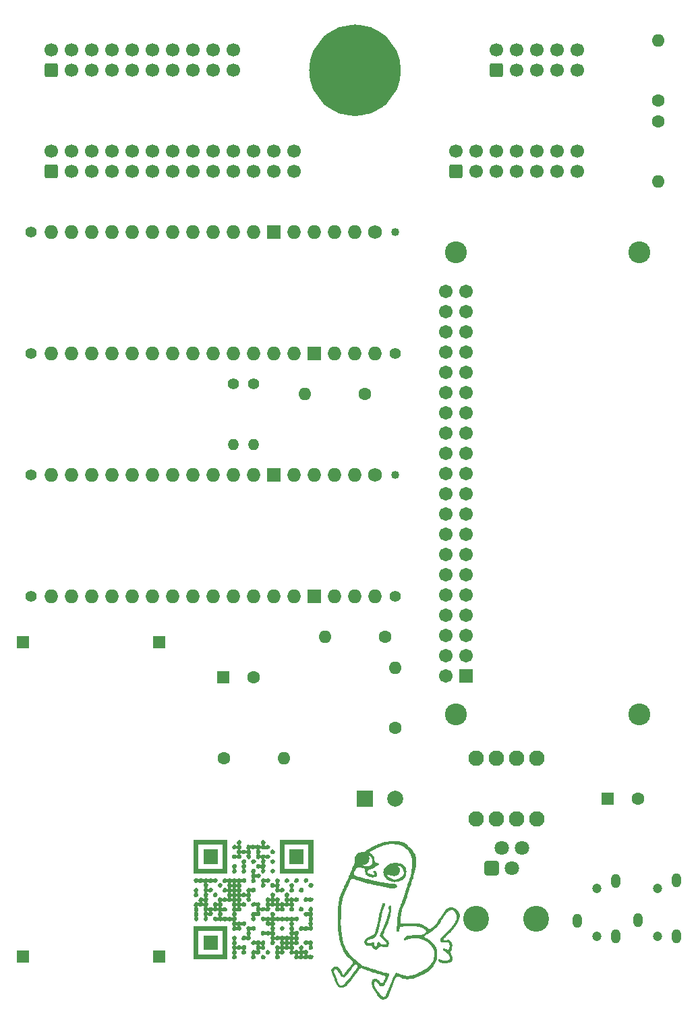
<source format=gbr>
%TF.GenerationSoftware,KiCad,Pcbnew,9.0.7*%
%TF.CreationDate,2026-02-23T13:49:48-08:00*%
%TF.ProjectId,phonev4,70686f6e-6576-4342-9e6b-696361645f70,rev?*%
%TF.SameCoordinates,Original*%
%TF.FileFunction,Soldermask,Top*%
%TF.FilePolarity,Negative*%
%FSLAX46Y46*%
G04 Gerber Fmt 4.6, Leading zero omitted, Abs format (unit mm)*
G04 Created by KiCad (PCBNEW 9.0.7) date 2026-02-23 13:49:48*
%MOMM*%
%LPD*%
G01*
G04 APERTURE LIST*
G04 Aperture macros list*
%AMRoundRect*
0 Rectangle with rounded corners*
0 $1 Rounding radius*
0 $2 $3 $4 $5 $6 $7 $8 $9 X,Y pos of 4 corners*
0 Add a 4 corners polygon primitive as box body*
4,1,4,$2,$3,$4,$5,$6,$7,$8,$9,$2,$3,0*
0 Add four circle primitives for the rounded corners*
1,1,$1+$1,$2,$3*
1,1,$1+$1,$4,$5*
1,1,$1+$1,$6,$7*
1,1,$1+$1,$8,$9*
0 Add four rect primitives between the rounded corners*
20,1,$1+$1,$2,$3,$4,$5,0*
20,1,$1+$1,$4,$5,$6,$7,0*
20,1,$1+$1,$6,$7,$8,$9,0*
20,1,$1+$1,$8,$9,$2,$3,0*%
G04 Aperture macros list end*
%ADD10C,5.754613*%
%ADD11C,0.000000*%
%ADD12C,1.931200*%
%ADD13RoundRect,0.250000X0.600000X-0.600000X0.600000X0.600000X-0.600000X0.600000X-0.600000X-0.600000X0*%
%ADD14C,1.700000*%
%ADD15C,1.600000*%
%ADD16O,1.600000X1.600000*%
%ADD17R,1.600000X1.600000*%
%ADD18C,1.200000*%
%ADD19O,1.200000X1.800000*%
%ADD20C,2.750000*%
%ADD21RoundRect,0.102000X0.754000X-0.754000X0.754000X0.754000X-0.754000X0.754000X-0.754000X-0.754000X0*%
%ADD22C,1.712000*%
%ADD23R,2.000000X2.000000*%
%ADD24C,2.000000*%
%ADD25C,1.400000*%
%ADD26O,1.727200X1.727200*%
%ADD27C,1.016000*%
%ADD28R,1.727200X1.727200*%
%ADD29C,1.727200*%
%ADD30O,1.400000X1.400000*%
%ADD31C,3.250000*%
%ADD32RoundRect,0.250000X-0.650000X-0.650000X0.650000X-0.650000X0.650000X0.650000X-0.650000X0.650000X0*%
%ADD33C,1.800000*%
%ADD34R,1.524000X1.524000*%
G04 APERTURE END LIST*
D10*
X160357306Y-2540000D02*
G75*
G02*
X154602694Y-2540000I-2877306J0D01*
G01*
X154602694Y-2540000D02*
G75*
G02*
X160357306Y-2540000I2877306J0D01*
G01*
D11*
%TO.C,*%
G36*
X162803802Y-102014909D02*
G01*
X163030350Y-102054411D01*
X163242361Y-102120511D01*
X163433009Y-102213115D01*
X163481270Y-102243540D01*
X163640447Y-102371937D01*
X163766164Y-102522195D01*
X163858205Y-102693888D01*
X163916353Y-102886593D01*
X163940392Y-103099884D01*
X163941087Y-103145253D01*
X163922998Y-103374618D01*
X163869654Y-103586161D01*
X163782439Y-103778174D01*
X163662737Y-103948948D01*
X163511932Y-104096777D01*
X163331408Y-104219952D01*
X163122549Y-104316766D01*
X162947514Y-104371209D01*
X162786456Y-104401296D01*
X162606414Y-104417112D01*
X162422936Y-104418304D01*
X162251568Y-104404517D01*
X162161922Y-104389102D01*
X161927683Y-104320746D01*
X161717271Y-104221539D01*
X161526612Y-104089312D01*
X161422046Y-103995235D01*
X161326420Y-103893676D01*
X161248204Y-103791036D01*
X161177831Y-103673556D01*
X161124073Y-103566651D01*
X161083041Y-103450661D01*
X161464265Y-103450661D01*
X161470175Y-103484706D01*
X161487738Y-103542388D01*
X161516875Y-103595155D01*
X161563625Y-103650763D01*
X161634026Y-103716968D01*
X161685068Y-103760753D01*
X161857212Y-103886956D01*
X162037916Y-103985126D01*
X162221769Y-104053616D01*
X162403360Y-104090779D01*
X162577278Y-104094969D01*
X162710118Y-104072711D01*
X162791354Y-104044791D01*
X162895986Y-103999779D01*
X163013984Y-103942588D01*
X163135316Y-103878133D01*
X163249949Y-103811328D01*
X163273051Y-103796944D01*
X163395238Y-103707215D01*
X163494461Y-103608673D01*
X163563553Y-103508753D01*
X163575988Y-103482791D01*
X163601548Y-103385220D01*
X163608687Y-103262915D01*
X163598782Y-103125907D01*
X163573210Y-102984230D01*
X163533346Y-102847915D01*
X163480566Y-102726995D01*
X163469613Y-102707315D01*
X163396765Y-102607943D01*
X163303827Y-102520268D01*
X163199524Y-102449819D01*
X163092577Y-102402124D01*
X162991710Y-102382711D01*
X162958962Y-102383670D01*
X162895889Y-102390000D01*
X162970874Y-102500000D01*
X163040316Y-102608451D01*
X163086407Y-102699730D01*
X163113268Y-102785757D01*
X163125024Y-102878452D01*
X163126503Y-102950000D01*
X163108858Y-103129133D01*
X163059556Y-103284329D01*
X162979861Y-103414407D01*
X162871038Y-103518184D01*
X162734352Y-103594480D01*
X162571069Y-103642113D01*
X162382452Y-103659901D01*
X162366398Y-103660000D01*
X162177259Y-103645818D01*
X161977247Y-103602398D01*
X161760838Y-103528425D01*
X161688950Y-103498824D01*
X161592161Y-103458126D01*
X161526632Y-103433305D01*
X161487028Y-103424016D01*
X161468017Y-103429916D01*
X161464265Y-103450661D01*
X161083041Y-103450661D01*
X161063216Y-103394618D01*
X161040429Y-103218692D01*
X161054376Y-103042038D01*
X161103723Y-102867821D01*
X161187137Y-102699206D01*
X161303283Y-102539360D01*
X161450826Y-102391448D01*
X161628432Y-102258635D01*
X161691894Y-102219549D01*
X161888747Y-102124696D01*
X162105189Y-102056896D01*
X162334396Y-102016060D01*
X162569542Y-102002094D01*
X162803802Y-102014909D01*
G37*
G36*
X161119607Y-107054593D02*
G01*
X161181521Y-107082796D01*
X161227594Y-107124106D01*
X161246639Y-107174885D01*
X161246590Y-107181177D01*
X161239002Y-107224323D01*
X161220301Y-107297587D01*
X161192847Y-107393418D01*
X161158998Y-107504266D01*
X161121113Y-107622582D01*
X161081551Y-107740816D01*
X161042670Y-107851418D01*
X161009507Y-107940000D01*
X160960020Y-108069814D01*
X160920931Y-108180957D01*
X160889386Y-108284102D01*
X160862530Y-108389924D01*
X160837507Y-108509097D01*
X160811462Y-108652296D01*
X160798214Y-108730000D01*
X160735332Y-109094236D01*
X160675487Y-109421398D01*
X160618784Y-109710985D01*
X160565326Y-109962495D01*
X160515219Y-110175427D01*
X160468566Y-110349278D01*
X160446219Y-110422476D01*
X160381472Y-110605724D01*
X160306497Y-110787298D01*
X160224914Y-110960150D01*
X160140340Y-111117234D01*
X160056395Y-111251502D01*
X159976697Y-111355907D01*
X159954499Y-111380001D01*
X159896329Y-111434170D01*
X159835688Y-111476354D01*
X159764224Y-111510142D01*
X159673586Y-111539120D01*
X159555422Y-111566877D01*
X159487580Y-111580604D01*
X159327245Y-111616369D01*
X159203572Y-111654192D01*
X159113200Y-111695419D01*
X159052766Y-111741392D01*
X159036661Y-111760793D01*
X159002153Y-111839195D01*
X159002059Y-111921077D01*
X159035916Y-111994810D01*
X159046467Y-112007283D01*
X159126095Y-112069517D01*
X159219092Y-112097200D01*
X159328097Y-112090582D01*
X159455749Y-112049913D01*
X159463164Y-112046779D01*
X159569971Y-112009758D01*
X159677359Y-111993628D01*
X159727770Y-111991779D01*
X159867880Y-111990000D01*
X159880450Y-112160000D01*
X159891928Y-112275003D01*
X159908221Y-112357577D01*
X159931783Y-112415222D01*
X159965065Y-112455438D01*
X159981157Y-112467981D01*
X160048922Y-112496964D01*
X160116221Y-112487019D01*
X160178421Y-112445000D01*
X160208355Y-112414622D01*
X160228343Y-112381686D01*
X160241994Y-112335777D01*
X160252914Y-112266479D01*
X160259469Y-112211011D01*
X160272850Y-112113154D01*
X160289055Y-112044389D01*
X160311218Y-111993812D01*
X160329811Y-111966166D01*
X160391797Y-111905405D01*
X160454147Y-111884468D01*
X160516319Y-111903192D01*
X160577771Y-111961412D01*
X160637962Y-112058963D01*
X160638487Y-112060000D01*
X160673649Y-112125958D01*
X160706930Y-112173341D01*
X160745666Y-112205329D01*
X160797195Y-112225099D01*
X160868853Y-112235833D01*
X160967979Y-112240708D01*
X161059348Y-112242360D01*
X161187484Y-112243078D01*
X161281695Y-112240594D01*
X161348028Y-112233871D01*
X161392529Y-112221875D01*
X161421247Y-112203568D01*
X161440229Y-112177917D01*
X161440702Y-112177041D01*
X161450125Y-112132066D01*
X161435075Y-112074663D01*
X161394029Y-112002633D01*
X161325465Y-111913781D01*
X161227859Y-111805909D01*
X161099690Y-111676820D01*
X161082390Y-111660000D01*
X160987477Y-111568622D01*
X160894535Y-111480242D01*
X160810373Y-111401253D01*
X160741800Y-111338051D01*
X160698707Y-111299665D01*
X160651007Y-111256185D01*
X160617250Y-111215888D01*
X160598082Y-111173572D01*
X160594150Y-111124033D01*
X160606099Y-111062068D01*
X160634576Y-110982474D01*
X160680226Y-110880049D01*
X160743696Y-110749588D01*
X160774733Y-110687358D01*
X160834144Y-110566548D01*
X160890943Y-110447209D01*
X160941178Y-110337936D01*
X160980895Y-110247324D01*
X161005601Y-110185471D01*
X161029359Y-110122883D01*
X161065654Y-110031595D01*
X161111204Y-109919655D01*
X161162729Y-109795107D01*
X161216947Y-109665999D01*
X161229704Y-109635914D01*
X161296449Y-109476779D01*
X161353799Y-109334653D01*
X161404823Y-109200790D01*
X161452588Y-109066446D01*
X161500163Y-108922873D01*
X161550617Y-108761326D01*
X161607018Y-108573061D01*
X161629952Y-108495069D01*
X161673465Y-108341708D01*
X161704678Y-108217220D01*
X161724660Y-108112777D01*
X161734483Y-108019550D01*
X161735218Y-107928709D01*
X161727936Y-107831427D01*
X161719225Y-107759150D01*
X161707674Y-107665032D01*
X161702896Y-107599210D01*
X161705199Y-107550507D01*
X161714890Y-107507746D01*
X161727106Y-107473076D01*
X161765175Y-107401484D01*
X161814457Y-107362126D01*
X161818381Y-107360428D01*
X161893992Y-107341458D01*
X161952203Y-107357256D01*
X161998642Y-107409870D01*
X162009566Y-107430000D01*
X162033688Y-107507343D01*
X162045741Y-107619315D01*
X162045694Y-107766566D01*
X162033517Y-107949746D01*
X162009179Y-108169506D01*
X161972649Y-108426495D01*
X161958424Y-108516429D01*
X161944512Y-108579804D01*
X161919014Y-108673998D01*
X161884120Y-108792271D01*
X161842018Y-108927884D01*
X161794897Y-109074099D01*
X161744947Y-109224175D01*
X161694356Y-109371374D01*
X161645313Y-109508957D01*
X161600007Y-109630185D01*
X161580466Y-109680000D01*
X161541320Y-109773503D01*
X161489762Y-109890439D01*
X161431355Y-110018502D01*
X161371666Y-110145384D01*
X161345295Y-110200000D01*
X161271062Y-110359622D01*
X161209836Y-110506361D01*
X161164904Y-110632043D01*
X161148131Y-110690000D01*
X161122596Y-110782326D01*
X161094764Y-110871078D01*
X161069488Y-110941097D01*
X161062439Y-110957718D01*
X161038578Y-111020115D01*
X161034394Y-111067159D01*
X161044357Y-111107718D01*
X161066480Y-111143566D01*
X161114515Y-111202460D01*
X161184878Y-111280405D01*
X161273984Y-111373406D01*
X161360452Y-111460000D01*
X161451958Y-111551773D01*
X161535392Y-111638578D01*
X161605765Y-111714975D01*
X161658091Y-111775527D01*
X161687382Y-111814795D01*
X161689780Y-111819096D01*
X161721839Y-111916220D01*
X161735181Y-112034378D01*
X161729108Y-112158884D01*
X161710307Y-112251444D01*
X161659452Y-112383659D01*
X161590585Y-112483876D01*
X161501648Y-112552977D01*
X161390584Y-112591844D01*
X161255338Y-112601360D01*
X161093851Y-112582404D01*
X160991232Y-112559692D01*
X160858738Y-112530745D01*
X160753017Y-112520617D01*
X160664321Y-112531746D01*
X160582903Y-112566569D01*
X160499016Y-112627520D01*
X160416897Y-112703251D01*
X160315551Y-112795530D01*
X160229283Y-112856603D01*
X160151661Y-112889002D01*
X160076253Y-112895256D01*
X159996625Y-112877895D01*
X159984103Y-112873478D01*
X159913261Y-112833937D01*
X159831767Y-112766489D01*
X159747602Y-112678630D01*
X159668745Y-112577856D01*
X159667476Y-112576044D01*
X159611070Y-112502369D01*
X159556942Y-112452229D01*
X159495984Y-112422084D01*
X159419085Y-112408393D01*
X159317137Y-112407617D01*
X159244362Y-112411594D01*
X159140647Y-112417048D01*
X159065724Y-112416636D01*
X159008685Y-112409646D01*
X158958625Y-112395362D01*
X158950587Y-112392372D01*
X158847913Y-112332976D01*
X158763945Y-112245030D01*
X158702120Y-112136962D01*
X158665875Y-112017197D01*
X158658647Y-111894162D01*
X158683872Y-111776285D01*
X158691605Y-111757432D01*
X158745176Y-111660514D01*
X158819167Y-111569007D01*
X158916874Y-111480503D01*
X159041592Y-111392600D01*
X159196614Y-111302890D01*
X159385235Y-111208970D01*
X159536626Y-111140482D01*
X159665205Y-111080511D01*
X159762821Y-111024861D01*
X159837109Y-110967252D01*
X159895704Y-110901400D01*
X159946243Y-110821023D01*
X159962532Y-110790089D01*
X159996457Y-110720468D01*
X160026548Y-110650929D01*
X160054790Y-110575199D01*
X160083169Y-110487004D01*
X160113672Y-110380072D01*
X160148284Y-110248130D01*
X160188990Y-110084904D01*
X160199980Y-110040000D01*
X160255351Y-109811548D01*
X160301682Y-109616447D01*
X160340086Y-109449357D01*
X160371676Y-109304936D01*
X160397565Y-109177842D01*
X160418866Y-109062736D01*
X160436691Y-108954275D01*
X160452154Y-108847120D01*
X160458369Y-108800000D01*
X160485080Y-108634649D01*
X160524064Y-108449243D01*
X160571415Y-108260314D01*
X160623227Y-108084393D01*
X160637907Y-108040000D01*
X160662871Y-107964557D01*
X160696217Y-107860819D01*
X160734780Y-107738792D01*
X160775395Y-107608480D01*
X160808761Y-107500000D01*
X160845621Y-107381846D01*
X160880552Y-107274489D01*
X160911217Y-107184763D01*
X160935279Y-107119496D01*
X160950401Y-107085523D01*
X160950730Y-107085000D01*
X160993022Y-107052057D01*
X161053044Y-107043134D01*
X161119607Y-107054593D01*
G37*
G36*
X162780984Y-99278414D02*
G01*
X163050984Y-99312006D01*
X163291262Y-99365175D01*
X163377431Y-99391642D01*
X163528053Y-99446417D01*
X163663078Y-99505940D01*
X163789038Y-99574614D01*
X163912471Y-99656841D01*
X164039910Y-99757023D01*
X164177892Y-99879565D01*
X164332951Y-100028869D01*
X164353376Y-100049152D01*
X164550756Y-100252512D01*
X164716374Y-100439939D01*
X164852419Y-100616696D01*
X164961082Y-100788041D01*
X165044551Y-100959238D01*
X165105016Y-101135546D01*
X165144666Y-101322226D01*
X165165691Y-101524540D01*
X165170279Y-101747749D01*
X165161049Y-101990000D01*
X165148978Y-102162644D01*
X165133281Y-102329801D01*
X165113082Y-102495225D01*
X165087507Y-102662670D01*
X165055681Y-102835889D01*
X165016729Y-103018637D01*
X164969778Y-103214667D01*
X164913953Y-103427734D01*
X164848379Y-103661590D01*
X164772182Y-103919991D01*
X164684486Y-104206689D01*
X164584419Y-104525440D01*
X164532031Y-104690000D01*
X164421982Y-105033985D01*
X164322876Y-105342741D01*
X164233702Y-105619213D01*
X164153452Y-105866348D01*
X164081117Y-106087091D01*
X164015687Y-106284388D01*
X163956153Y-106461186D01*
X163901506Y-106620431D01*
X163850737Y-106765068D01*
X163802837Y-106898044D01*
X163756796Y-107022305D01*
X163711605Y-107140797D01*
X163666256Y-107256465D01*
X163619739Y-107372256D01*
X163579754Y-107470000D01*
X163484911Y-107708325D01*
X163408711Y-107918920D01*
X163349304Y-108108416D01*
X163304840Y-108283444D01*
X163273469Y-108450634D01*
X163253341Y-108616619D01*
X163250522Y-108650000D01*
X163240869Y-108747859D01*
X163226620Y-108863342D01*
X163210503Y-108974747D01*
X163206868Y-108997209D01*
X163191412Y-109105346D01*
X163185932Y-109194320D01*
X163189965Y-109283582D01*
X163198271Y-109357209D01*
X163213552Y-109470313D01*
X163226996Y-109549827D01*
X163241439Y-109601883D01*
X163259716Y-109632619D01*
X163284663Y-109648169D01*
X163319116Y-109654667D01*
X163336436Y-109656125D01*
X163382556Y-109656460D01*
X163460624Y-109653699D01*
X163562714Y-109648263D01*
X163680898Y-109640574D01*
X163806371Y-109631125D01*
X164016684Y-109617306D01*
X164246540Y-109607627D01*
X164485628Y-109602163D01*
X164723635Y-109600987D01*
X164950250Y-109604173D01*
X165155161Y-109611795D01*
X165288707Y-109620492D01*
X165563792Y-109657560D01*
X165817614Y-109723878D01*
X166057462Y-109822256D01*
X166290625Y-109955505D01*
X166450306Y-110068400D01*
X166582453Y-110163090D01*
X166693439Y-110228601D01*
X166788116Y-110266158D01*
X166871333Y-110276986D01*
X166947943Y-110262312D01*
X167022796Y-110223359D01*
X167033765Y-110215788D01*
X167192499Y-110101538D01*
X167323140Y-110002785D01*
X167431389Y-109913586D01*
X167522950Y-109828002D01*
X167603524Y-109740090D01*
X167678816Y-109643908D01*
X167754527Y-109533516D01*
X167836360Y-109402972D01*
X167874349Y-109340000D01*
X167970599Y-109182438D01*
X168062286Y-109039984D01*
X168158929Y-108898359D01*
X168270049Y-108743289D01*
X168294411Y-108710000D01*
X168365569Y-108610753D01*
X168444258Y-108497259D01*
X168523804Y-108379480D01*
X168597536Y-108267382D01*
X168658780Y-108170928D01*
X168689515Y-108120000D01*
X168780875Y-107993888D01*
X168901428Y-107872616D01*
X169040542Y-107765103D01*
X169187587Y-107680266D01*
X169242226Y-107656271D01*
X169355083Y-107625200D01*
X169490874Y-107609096D01*
X169635424Y-107607916D01*
X169774558Y-107621620D01*
X169894102Y-107650168D01*
X169915792Y-107658206D01*
X170108385Y-107754451D01*
X170274305Y-107876177D01*
X170411446Y-108020009D01*
X170517706Y-108182572D01*
X170590981Y-108360491D01*
X170629168Y-108550392D01*
X170630162Y-108748900D01*
X170624860Y-108795781D01*
X170601859Y-108913595D01*
X170564059Y-109050732D01*
X170516419Y-109191730D01*
X170463900Y-109321124D01*
X170440722Y-109370000D01*
X170386590Y-109467837D01*
X170310982Y-109590271D01*
X170218232Y-109731318D01*
X170112672Y-109884999D01*
X169998637Y-110045332D01*
X169880459Y-110206336D01*
X169762472Y-110362031D01*
X169649009Y-110506434D01*
X169544404Y-110633565D01*
X169452990Y-110737443D01*
X169439546Y-110751859D01*
X169354441Y-110838318D01*
X169254215Y-110934332D01*
X169155078Y-111024556D01*
X169111983Y-111061859D01*
X168969875Y-111183767D01*
X168856881Y-111285003D01*
X168770138Y-111368963D01*
X168706786Y-111439041D01*
X168663960Y-111498631D01*
X168638801Y-111551127D01*
X168628445Y-111599925D01*
X168628590Y-111635187D01*
X168640485Y-111691610D01*
X168670867Y-111725395D01*
X168692131Y-111737052D01*
X168721628Y-111748489D01*
X168754549Y-111753539D01*
X168797780Y-111751328D01*
X168858206Y-111740984D01*
X168942716Y-111721633D01*
X169058194Y-111692404D01*
X169071512Y-111688955D01*
X169145653Y-111670885D01*
X169197387Y-111663710D01*
X169242825Y-111667423D01*
X169298077Y-111682020D01*
X169320105Y-111688877D01*
X169417054Y-111734147D01*
X169510752Y-111803489D01*
X169590839Y-111887081D01*
X169646954Y-111975099D01*
X169661269Y-112012320D01*
X169672594Y-112075198D01*
X169680148Y-112168051D01*
X169683870Y-112281025D01*
X169683699Y-112404268D01*
X169679572Y-112527927D01*
X169671427Y-112642148D01*
X169665537Y-112694911D01*
X169643054Y-112816152D01*
X169608006Y-112910915D01*
X169554868Y-112992097D01*
X169522615Y-113028658D01*
X169482613Y-113075509D01*
X169460434Y-113118594D01*
X169456301Y-113166402D01*
X169470436Y-113227422D01*
X169503061Y-113310144D01*
X169531642Y-113373810D01*
X169593060Y-113512836D01*
X169637275Y-113627751D01*
X169666933Y-113729179D01*
X169684678Y-113827746D01*
X169693158Y-113934078D01*
X169695044Y-114030000D01*
X169691097Y-114162537D01*
X169675407Y-114266657D01*
X169643361Y-114347714D01*
X169590347Y-114411060D01*
X169511751Y-114462052D01*
X169402963Y-114506042D01*
X169259370Y-114548385D01*
X169245264Y-114552119D01*
X169014145Y-114595662D01*
X168774240Y-114606222D01*
X168521602Y-114583628D01*
X168252281Y-114527704D01*
X168169212Y-114504857D01*
X168077444Y-114464875D01*
X168000661Y-114406155D01*
X167944205Y-114335925D01*
X167913422Y-114261413D01*
X167913654Y-114189849D01*
X167921002Y-114169076D01*
X167943710Y-114134831D01*
X167977548Y-114115678D01*
X168028267Y-114111597D01*
X168101622Y-114122570D01*
X168203363Y-114148576D01*
X168268896Y-114167882D01*
X168437309Y-114216000D01*
X168579032Y-114249326D01*
X168703896Y-114269446D01*
X168821733Y-114277947D01*
X168941817Y-114276440D01*
X169086850Y-114259073D01*
X169199731Y-114221535D01*
X169283655Y-114162432D01*
X169326316Y-114108401D01*
X169357652Y-114023352D01*
X169364646Y-113916219D01*
X169348945Y-113795346D01*
X169312193Y-113669075D01*
X169256036Y-113545749D01*
X169197127Y-113453301D01*
X169142603Y-113394564D01*
X169061559Y-113325817D01*
X168963721Y-113254029D01*
X168858815Y-113186170D01*
X168756566Y-113129211D01*
X168721139Y-113112196D01*
X168645736Y-113074115D01*
X168584791Y-113036323D01*
X168548419Y-113005276D01*
X168544378Y-112999375D01*
X168526031Y-112948445D01*
X168513566Y-112882531D01*
X168507921Y-112814463D01*
X168510035Y-112757068D01*
X168520846Y-112723177D01*
X168523974Y-112720446D01*
X168564613Y-112715287D01*
X168635380Y-112728594D01*
X168731618Y-112759030D01*
X168848671Y-112805259D01*
X168903760Y-112829442D01*
X169017954Y-112874498D01*
X169107397Y-112893729D01*
X169177893Y-112887154D01*
X169235244Y-112854794D01*
X169259344Y-112830642D01*
X169295516Y-112777432D01*
X169320719Y-112710035D01*
X169336389Y-112621460D01*
X169343966Y-112504717D01*
X169345231Y-112413022D01*
X169340389Y-112269538D01*
X169323516Y-112161329D01*
X169291343Y-112084638D01*
X169240602Y-112035709D01*
X169168022Y-112010787D01*
X169070336Y-112006115D01*
X168995943Y-112011718D01*
X168894736Y-112020073D01*
X168777078Y-112026336D01*
X168666539Y-112029288D01*
X168654799Y-112029362D01*
X168562420Y-112028169D01*
X168497412Y-112022268D01*
X168447186Y-112009346D01*
X168399153Y-111987087D01*
X168386375Y-111979998D01*
X168278844Y-111900739D01*
X168207189Y-111808239D01*
X168171574Y-111707331D01*
X168172162Y-111602844D01*
X168209116Y-111499609D01*
X168282600Y-111402459D01*
X168364570Y-111334568D01*
X168476530Y-111250644D01*
X168575160Y-111159648D01*
X168671512Y-111050606D01*
X168741780Y-110960000D01*
X168787558Y-110903527D01*
X168856454Y-110824947D01*
X168943014Y-110730169D01*
X169041783Y-110625101D01*
X169147307Y-110515651D01*
X169221865Y-110440000D01*
X169383398Y-110276784D01*
X169519242Y-110137084D01*
X169632708Y-110016841D01*
X169727108Y-109911998D01*
X169805755Y-109818498D01*
X169871961Y-109732284D01*
X169929039Y-109649299D01*
X169980299Y-109565485D01*
X170029056Y-109476785D01*
X170064137Y-109408282D01*
X170141572Y-109235423D01*
X170191779Y-109075680D01*
X170217717Y-108915906D01*
X170222349Y-108742948D01*
X170221211Y-108710830D01*
X170209100Y-108555601D01*
X170185448Y-108430308D01*
X170146812Y-108325714D01*
X170089751Y-108232584D01*
X170010822Y-108141679D01*
X170008082Y-108138891D01*
X169882956Y-108034430D01*
X169752389Y-107969554D01*
X169616015Y-107944170D01*
X169473466Y-107958186D01*
X169391129Y-107983089D01*
X169308176Y-108016002D01*
X169241637Y-108048960D01*
X169178230Y-108089956D01*
X169104674Y-108146984D01*
X169066768Y-108178299D01*
X168998183Y-108240261D01*
X168930593Y-108311902D01*
X168861407Y-108397028D01*
X168788033Y-108499447D01*
X168707881Y-108622965D01*
X168618358Y-108771390D01*
X168516873Y-108948529D01*
X168405311Y-109150000D01*
X168294346Y-109347865D01*
X168189085Y-109523159D01*
X168085472Y-109680038D01*
X167979454Y-109822657D01*
X167866976Y-109955168D01*
X167743984Y-110081729D01*
X167606423Y-110206492D01*
X167450239Y-110333613D01*
X167271377Y-110467246D01*
X167065783Y-110611546D01*
X166829402Y-110770669D01*
X166813349Y-110781310D01*
X166685882Y-110865938D01*
X166565804Y-110946036D01*
X166458194Y-111018185D01*
X166368132Y-111078968D01*
X166300699Y-111124967D01*
X166260973Y-111152765D01*
X166258266Y-111154748D01*
X166201601Y-111207816D01*
X166169331Y-111261635D01*
X166166291Y-111307344D01*
X166170338Y-111315947D01*
X166191124Y-111330275D01*
X166241981Y-111358948D01*
X166316981Y-111398810D01*
X166410196Y-111446707D01*
X166507486Y-111495421D01*
X166651890Y-111568939D01*
X166767110Y-111632755D01*
X166861222Y-111691787D01*
X166942305Y-111750955D01*
X166986031Y-111786834D01*
X167081821Y-111874130D01*
X167187288Y-111979635D01*
X167295234Y-112095264D01*
X167398458Y-112212935D01*
X167489762Y-112324563D01*
X167561947Y-112422064D01*
X167589536Y-112464496D01*
X167655305Y-112593329D01*
X167714094Y-112747278D01*
X167760762Y-112911502D01*
X167783410Y-113024285D01*
X167792514Y-113106158D01*
X167798951Y-113217272D01*
X167802795Y-113349138D01*
X167804121Y-113493267D01*
X167803004Y-113641172D01*
X167799517Y-113784364D01*
X167793737Y-113914356D01*
X167785736Y-114022658D01*
X167775590Y-114100783D01*
X167773876Y-114109426D01*
X167721931Y-114281286D01*
X167635817Y-114469852D01*
X167516609Y-114672861D01*
X167479921Y-114728332D01*
X167335516Y-114934085D01*
X167195969Y-115114825D01*
X167055853Y-115275164D01*
X166909742Y-115419714D01*
X166752208Y-115553086D01*
X166577824Y-115679893D01*
X166381165Y-115804746D01*
X166156802Y-115932257D01*
X165912640Y-116060267D01*
X165586660Y-116218041D01*
X165283590Y-116347608D01*
X164999392Y-116450343D01*
X164730029Y-116527619D01*
X164471464Y-116580812D01*
X164322558Y-116601430D01*
X164043587Y-116613385D01*
X163758860Y-116587646D01*
X163473082Y-116525130D01*
X163190958Y-116426755D01*
X163017990Y-116347172D01*
X162937430Y-116309076D01*
X162864882Y-116279426D01*
X162811157Y-116262434D01*
X162794353Y-116260000D01*
X162733354Y-116279518D01*
X162671357Y-116336392D01*
X162610511Y-116428103D01*
X162560116Y-116534438D01*
X162477380Y-116733929D01*
X162383532Y-116957940D01*
X162277097Y-117209974D01*
X162156598Y-117493536D01*
X162098398Y-117630000D01*
X162038584Y-117772495D01*
X161979453Y-117917681D01*
X161924441Y-118056804D01*
X161876982Y-118181109D01*
X161840511Y-118281845D01*
X161827675Y-118320000D01*
X161780523Y-118465058D01*
X161743021Y-118577431D01*
X161712806Y-118662591D01*
X161687517Y-118726012D01*
X161664791Y-118773163D01*
X161642267Y-118809519D01*
X161617583Y-118840551D01*
X161590473Y-118869578D01*
X161515563Y-118935796D01*
X161418385Y-119006750D01*
X161312734Y-119073519D01*
X161212408Y-119127181D01*
X161154306Y-119151618D01*
X161023166Y-119179213D01*
X160897982Y-119167290D01*
X160788605Y-119121938D01*
X160709827Y-119067023D01*
X160618054Y-118988105D01*
X160522676Y-118894347D01*
X160433079Y-118794908D01*
X160366486Y-118710000D01*
X160330939Y-118659060D01*
X160279070Y-118582767D01*
X160216377Y-118489301D01*
X160148361Y-118386845D01*
X160104357Y-118320000D01*
X160039243Y-118220935D01*
X159979328Y-118130161D01*
X159929079Y-118054415D01*
X159892962Y-118000434D01*
X159877968Y-117978474D01*
X159810172Y-117867144D01*
X159741702Y-117728847D01*
X159677729Y-117576192D01*
X159623427Y-117421783D01*
X159583967Y-117278226D01*
X159576830Y-117244508D01*
X159559199Y-117080804D01*
X159571504Y-116932160D01*
X159611545Y-116802068D01*
X159677121Y-116694025D01*
X159766029Y-116611524D01*
X159876068Y-116558059D01*
X160005037Y-116537124D01*
X160022595Y-116536970D01*
X160101790Y-116543678D01*
X160178374Y-116564671D01*
X160257580Y-116603163D01*
X160344641Y-116662365D01*
X160444789Y-116745491D01*
X160563257Y-116855755D01*
X160600004Y-116891518D01*
X160692650Y-116981696D01*
X160761645Y-117046766D01*
X160811404Y-117090144D01*
X160846341Y-117115247D01*
X160870871Y-117125488D01*
X160889410Y-117124283D01*
X160896714Y-117121057D01*
X160939902Y-117083501D01*
X160992780Y-117015000D01*
X161051607Y-116922291D01*
X161112642Y-116812109D01*
X161172146Y-116691192D01*
X161226377Y-116566276D01*
X161270067Y-116448667D01*
X161295074Y-116371441D01*
X161307421Y-116321489D01*
X161308143Y-116288498D01*
X161298276Y-116262155D01*
X161290106Y-116248881D01*
X161266846Y-116218186D01*
X161238223Y-116194117D01*
X161197205Y-116173828D01*
X161136763Y-116154474D01*
X161049865Y-116133211D01*
X160951365Y-116111811D01*
X160846959Y-116087155D01*
X160713760Y-116051670D01*
X160556738Y-116006983D01*
X160380865Y-115954720D01*
X160191113Y-115896509D01*
X159992452Y-115833975D01*
X159789854Y-115768747D01*
X159588290Y-115702450D01*
X159392731Y-115636712D01*
X159208148Y-115573160D01*
X159039513Y-115513419D01*
X158891796Y-115459118D01*
X158769970Y-115411883D01*
X158679005Y-115373341D01*
X158645323Y-115357157D01*
X158555849Y-115313666D01*
X158468612Y-115275696D01*
X158396265Y-115248556D01*
X158365500Y-115239731D01*
X158251979Y-115231331D01*
X158146150Y-115259552D01*
X158046401Y-115325325D01*
X157951117Y-115429577D01*
X157896328Y-115509528D01*
X157765483Y-115708328D01*
X157618579Y-115911485D01*
X157449410Y-116127413D01*
X157364192Y-116231200D01*
X157276918Y-116338072D01*
X157187259Y-116451176D01*
X157103139Y-116560293D01*
X157032486Y-116655203D01*
X157000603Y-116700000D01*
X156863421Y-116895100D01*
X156743445Y-117059246D01*
X156637494Y-117195903D01*
X156542386Y-117308541D01*
X156454940Y-117400628D01*
X156371974Y-117475631D01*
X156290306Y-117537019D01*
X156206754Y-117588259D01*
X156165882Y-117609846D01*
X155998021Y-117677761D01*
X155839684Y-117706893D01*
X155690084Y-117697108D01*
X155548433Y-117648273D01*
X155413944Y-117560254D01*
X155314852Y-117465781D01*
X155229366Y-117359549D01*
X155148766Y-117231280D01*
X155070783Y-117076485D01*
X154993144Y-116890678D01*
X154917179Y-116680000D01*
X154874639Y-116559696D01*
X154827696Y-116435019D01*
X154781509Y-116319210D01*
X154741237Y-116225512D01*
X154734069Y-116210000D01*
X154642329Y-116002593D01*
X154575660Y-115822937D01*
X154533451Y-115668096D01*
X154522541Y-115589092D01*
X154835727Y-115589092D01*
X154836923Y-115651781D01*
X154855158Y-115725807D01*
X154891649Y-115817950D01*
X154947614Y-115934992D01*
X154971339Y-115981750D01*
X155024905Y-116090805D01*
X155075524Y-116201925D01*
X155118223Y-116303650D01*
X155148028Y-116384520D01*
X155152842Y-116400000D01*
X155223260Y-116630930D01*
X155288534Y-116825488D01*
X155350226Y-116986734D01*
X155409893Y-117117731D01*
X155469097Y-117221541D01*
X155529398Y-117301226D01*
X155592353Y-117359848D01*
X155659525Y-117400468D01*
X155663373Y-117402241D01*
X155729501Y-117429193D01*
X155778837Y-117436765D01*
X155829488Y-117424714D01*
X155886298Y-117399248D01*
X155935488Y-117366210D01*
X156007671Y-117303407D01*
X156103350Y-117210358D01*
X156223028Y-117086586D01*
X156290890Y-117014248D01*
X156411113Y-116884656D01*
X156512200Y-116774430D01*
X156599771Y-116676922D01*
X156679448Y-116585485D01*
X156756853Y-116493470D01*
X156837606Y-116394230D01*
X156927330Y-116281118D01*
X157031645Y-116147485D01*
X157117321Y-116036928D01*
X157267187Y-115842894D01*
X157394181Y-115677566D01*
X157500168Y-115538198D01*
X157587010Y-115422047D01*
X157656571Y-115326365D01*
X157710715Y-115248409D01*
X157751305Y-115185434D01*
X157780203Y-115134693D01*
X157799275Y-115093443D01*
X157810383Y-115058938D01*
X157815390Y-115028433D01*
X157816264Y-115007296D01*
X157798011Y-114932805D01*
X157749990Y-114863267D01*
X157682314Y-114807068D01*
X157605093Y-114772594D01*
X157528440Y-114768230D01*
X157528084Y-114768296D01*
X157476560Y-114785112D01*
X157422394Y-114818695D01*
X157361955Y-114872664D01*
X157291612Y-114950635D01*
X157207734Y-115056226D01*
X157119490Y-115175352D01*
X156986165Y-115357039D01*
X156829309Y-115566748D01*
X156650984Y-115801744D01*
X156453257Y-116059294D01*
X156381065Y-116152691D01*
X156296975Y-116251621D01*
X156222015Y-116317187D01*
X156150645Y-116353244D01*
X156077649Y-116363649D01*
X155973983Y-116347777D01*
X155875940Y-116301532D01*
X155780533Y-116222525D01*
X155684776Y-116108365D01*
X155601149Y-115982351D01*
X155475610Y-115784254D01*
X155362987Y-115622444D01*
X155263506Y-115497195D01*
X155177390Y-115408778D01*
X155104866Y-115357464D01*
X155075492Y-115346230D01*
X155009177Y-115348958D01*
X154944169Y-115387931D01*
X154886028Y-115459621D01*
X154879582Y-115470598D01*
X154850352Y-115530958D01*
X154835727Y-115589092D01*
X154522541Y-115589092D01*
X154515090Y-115535137D01*
X154519968Y-115421126D01*
X154547475Y-115323127D01*
X154548884Y-115319849D01*
X154619999Y-115192239D01*
X154708238Y-115100040D01*
X154816685Y-115041204D01*
X154948425Y-115013683D01*
X155014058Y-115010967D01*
X155149756Y-115024148D01*
X155271512Y-115066060D01*
X155387261Y-115140379D01*
X155483507Y-115228335D01*
X155571909Y-115329458D01*
X155663455Y-115452138D01*
X155750026Y-115584029D01*
X155823501Y-115712782D01*
X155874602Y-115823058D01*
X155916493Y-115922798D01*
X155951925Y-115987520D01*
X155983992Y-116021047D01*
X156015786Y-116027205D01*
X156034167Y-116020371D01*
X156061308Y-115995755D01*
X156103830Y-115945749D01*
X156155175Y-115878420D01*
X156193186Y-115824817D01*
X156262516Y-115728886D01*
X156343341Y-115624353D01*
X156421693Y-115529090D01*
X156447055Y-115500000D01*
X156510269Y-115427134D01*
X156588856Y-115333704D01*
X156673649Y-115230748D01*
X156755485Y-115129308D01*
X156770827Y-115110000D01*
X156844003Y-115018655D01*
X156915166Y-114931627D01*
X156977594Y-114857016D01*
X157024562Y-114802924D01*
X157036424Y-114790000D01*
X157126182Y-114685664D01*
X157183730Y-114595837D01*
X157211855Y-114515603D01*
X157215792Y-114473446D01*
X157208670Y-114410841D01*
X157184337Y-114352244D01*
X157138340Y-114291800D01*
X157066228Y-114223659D01*
X156963761Y-114142127D01*
X156817957Y-114025712D01*
X156675937Y-113901138D01*
X156545532Y-113775884D01*
X156434574Y-113657431D01*
X156359339Y-113564893D01*
X156199986Y-113326697D01*
X156048348Y-113057176D01*
X155907933Y-112764787D01*
X155782247Y-112457982D01*
X155674797Y-112145216D01*
X155589090Y-111834944D01*
X155536042Y-111580000D01*
X155522726Y-111503626D01*
X155505155Y-111403365D01*
X155486049Y-111294718D01*
X155474635Y-111230000D01*
X155449966Y-111090397D01*
X155428623Y-110968018D01*
X155410365Y-110858838D01*
X155394950Y-110758835D01*
X155382140Y-110663982D01*
X155371692Y-110570258D01*
X155363367Y-110473638D01*
X155356924Y-110370097D01*
X155352123Y-110255612D01*
X155348723Y-110126160D01*
X155346483Y-109977715D01*
X155345163Y-109806254D01*
X155344522Y-109607754D01*
X155344427Y-109499979D01*
X155694945Y-109499979D01*
X155699112Y-109746920D01*
X155712433Y-110003402D01*
X155735298Y-110275608D01*
X155768098Y-110569717D01*
X155811224Y-110891911D01*
X155846616Y-111130000D01*
X155885793Y-111374590D01*
X155923621Y-111585953D01*
X155962004Y-111770727D01*
X156002846Y-111935550D01*
X156048051Y-112087064D01*
X156099523Y-112231906D01*
X156159166Y-112376717D01*
X156228883Y-112528135D01*
X156273887Y-112620000D01*
X156377627Y-112822119D01*
X156475824Y-112998621D01*
X156573475Y-113155775D01*
X156675575Y-113299851D01*
X156787119Y-113437120D01*
X156913103Y-113573850D01*
X157058522Y-113716313D01*
X157228372Y-113870778D01*
X157365910Y-113990634D01*
X157487123Y-114096342D01*
X157610378Y-114206381D01*
X157728576Y-114314228D01*
X157834616Y-114413359D01*
X157921396Y-114497251D01*
X157961609Y-114537914D01*
X158077730Y-114653713D01*
X158180369Y-114743872D01*
X158279250Y-114815346D01*
X158384095Y-114875091D01*
X158504624Y-114930061D01*
X158516816Y-114935112D01*
X158620082Y-114975160D01*
X158755984Y-115024077D01*
X158918618Y-115079922D01*
X159102077Y-115140754D01*
X159300457Y-115204633D01*
X159507852Y-115269617D01*
X159718358Y-115333764D01*
X159837856Y-115369323D01*
X160003892Y-115419175D01*
X160192388Y-115477260D01*
X160387971Y-115538747D01*
X160575265Y-115598804D01*
X160733664Y-115650849D01*
X160886652Y-115701323D01*
X161009955Y-115740226D01*
X161111534Y-115769584D01*
X161199350Y-115791424D01*
X161281366Y-115807773D01*
X161365542Y-115820658D01*
X161434215Y-115829189D01*
X161541062Y-115842213D01*
X161615712Y-115853564D01*
X161665822Y-115865319D01*
X161699049Y-115879551D01*
X161723052Y-115898335D01*
X161734350Y-115910498D01*
X161765842Y-115960673D01*
X161779375Y-116009999D01*
X161779385Y-116011035D01*
X161771615Y-116049359D01*
X161750288Y-116116648D01*
X161718379Y-116205434D01*
X161678861Y-116308253D01*
X161634710Y-116417637D01*
X161588898Y-116526122D01*
X161544401Y-116626240D01*
X161504192Y-116710527D01*
X161488985Y-116740000D01*
X161452998Y-116808072D01*
X161404721Y-116900162D01*
X161350190Y-117004721D01*
X161295438Y-117110204D01*
X161289767Y-117121163D01*
X161235667Y-117220957D01*
X161180025Y-117315430D01*
X161128821Y-117394924D01*
X161088034Y-117449778D01*
X161082378Y-117456163D01*
X161033191Y-117505252D01*
X160993123Y-117530291D01*
X160946919Y-117538962D01*
X160916778Y-117539560D01*
X160838657Y-117532310D01*
X160765098Y-117509071D01*
X160691618Y-117466385D01*
X160613731Y-117400797D01*
X160526954Y-117308849D01*
X160426804Y-117187083D01*
X160378282Y-117124396D01*
X160283392Y-117015143D01*
X160193796Y-116943860D01*
X160107323Y-116909218D01*
X160026393Y-116908982D01*
X159954837Y-116940896D01*
X159906374Y-117005015D01*
X159881462Y-117100552D01*
X159877963Y-117164249D01*
X159882617Y-117240667D01*
X159898067Y-117319712D01*
X159926388Y-117405769D01*
X159969660Y-117503221D01*
X160029960Y-117616452D01*
X160109366Y-117749847D01*
X160209956Y-117907787D01*
X160282755Y-118018282D01*
X160337704Y-118095030D01*
X160409594Y-118186816D01*
X160493417Y-118288079D01*
X160584167Y-118393261D01*
X160676834Y-118496799D01*
X160766411Y-118593136D01*
X160847891Y-118676710D01*
X160916266Y-118741960D01*
X160966527Y-118783328D01*
X160978755Y-118791050D01*
X161065505Y-118817335D01*
X161154085Y-118804972D01*
X161219667Y-118769466D01*
X161302542Y-118690353D01*
X161371613Y-118583531D01*
X161429808Y-118444068D01*
X161449295Y-118382787D01*
X161488814Y-118257025D01*
X161531476Y-118138054D01*
X161581407Y-118015844D01*
X161642736Y-117880367D01*
X161719591Y-117721593D01*
X161730300Y-117700000D01*
X161770735Y-117615275D01*
X161822822Y-117500962D01*
X161883268Y-117364580D01*
X161948781Y-117213649D01*
X162016069Y-117055688D01*
X162081838Y-116898216D01*
X162089348Y-116880011D01*
X162189268Y-116639777D01*
X162276484Y-116435264D01*
X162351906Y-116264582D01*
X162416444Y-116125836D01*
X162471007Y-116017134D01*
X162516505Y-115936581D01*
X162553847Y-115882287D01*
X162582878Y-115853102D01*
X162640585Y-115823179D01*
X162707517Y-115812180D01*
X162788913Y-115820962D01*
X162890008Y-115850380D01*
X163016042Y-115901290D01*
X163093096Y-115936505D01*
X163296285Y-116027296D01*
X163476178Y-116096339D01*
X163641509Y-116145879D01*
X163801012Y-116178163D01*
X163963423Y-116195434D01*
X164118174Y-116200000D01*
X164258039Y-116196354D01*
X164392568Y-116184389D01*
X164526687Y-116162563D01*
X164665319Y-116129334D01*
X164813388Y-116083161D01*
X164975819Y-116022501D01*
X165157536Y-115945812D01*
X165363462Y-115851552D01*
X165598523Y-115738181D01*
X165608144Y-115733451D01*
X165846603Y-115613542D01*
X166052479Y-115503879D01*
X166230854Y-115401154D01*
X166386807Y-115302055D01*
X166525420Y-115203273D01*
X166651771Y-115101500D01*
X166770943Y-114993425D01*
X166824135Y-114941298D01*
X166951817Y-114807939D01*
X167054246Y-114687205D01*
X167139024Y-114568866D01*
X167213749Y-114442690D01*
X167257321Y-114358155D01*
X167335646Y-114167613D01*
X167394271Y-113958437D01*
X167432508Y-113739178D01*
X167449669Y-113518383D01*
X167445067Y-113304604D01*
X167418013Y-113106387D01*
X167371335Y-112941468D01*
X167265897Y-112715030D01*
X167123890Y-112495491D01*
X166948674Y-112286862D01*
X166743607Y-112093159D01*
X166518886Y-111923008D01*
X166425138Y-111865494D01*
X166305646Y-111800899D01*
X166172560Y-111735041D01*
X166038027Y-111673737D01*
X165914197Y-111622805D01*
X165830070Y-111593144D01*
X165659641Y-111543322D01*
X165509538Y-111508545D01*
X165365011Y-111486609D01*
X165211307Y-111475313D01*
X165033677Y-111472455D01*
X165021938Y-111472504D01*
X164838470Y-111477259D01*
X164675283Y-111491009D01*
X164519405Y-111515985D01*
X164357861Y-111554420D01*
X164177677Y-111608546D01*
X164118936Y-111627881D01*
X163986457Y-111670266D01*
X163884565Y-111697960D01*
X163807061Y-111712048D01*
X163747745Y-111713614D01*
X163700419Y-111703741D01*
X163695535Y-111701949D01*
X163638391Y-111662655D01*
X163614709Y-111602864D01*
X163625168Y-111525041D01*
X163637638Y-111492599D01*
X163698189Y-111399410D01*
X163793266Y-111316914D01*
X163924253Y-111244249D01*
X164092534Y-111180550D01*
X164177342Y-111155525D01*
X164223808Y-111143725D01*
X164271937Y-111134068D01*
X164326745Y-111126214D01*
X164393247Y-111119820D01*
X164476459Y-111114544D01*
X164581398Y-111110045D01*
X164713080Y-111105980D01*
X164876520Y-111102008D01*
X165001922Y-111099319D01*
X165205828Y-111094696D01*
X165374685Y-111089639D01*
X165513477Y-111083472D01*
X165627186Y-111075520D01*
X165720795Y-111065108D01*
X165799287Y-111051561D01*
X165867645Y-111034204D01*
X165930851Y-111012361D01*
X165993889Y-110985358D01*
X166052911Y-110956924D01*
X166185035Y-110880465D01*
X166287768Y-110798295D01*
X166358575Y-110713446D01*
X166394919Y-110628953D01*
X166394413Y-110548433D01*
X166365428Y-110489588D01*
X166308839Y-110419286D01*
X166232124Y-110345329D01*
X166142764Y-110275518D01*
X166114532Y-110256500D01*
X165977209Y-110183295D01*
X165806445Y-110118270D01*
X165608228Y-110062684D01*
X165388543Y-110017795D01*
X165153377Y-109984862D01*
X164908718Y-109965145D01*
X164702959Y-109959717D01*
X164540998Y-109960658D01*
X164369144Y-109963627D01*
X164192568Y-109968361D01*
X164016443Y-109974594D01*
X163845940Y-109982061D01*
X163686232Y-109990498D01*
X163542490Y-109999641D01*
X163419886Y-110009224D01*
X163323593Y-110018983D01*
X163258781Y-110028654D01*
X163235933Y-110034789D01*
X163193677Y-110057064D01*
X163158442Y-110088774D01*
X163128033Y-110135026D01*
X163100252Y-110200927D01*
X163072904Y-110291585D01*
X163043790Y-110412107D01*
X163014331Y-110550000D01*
X162989594Y-110670000D01*
X162885015Y-110676040D01*
X162817769Y-110676682D01*
X162773988Y-110665905D01*
X162737720Y-110639263D01*
X162731592Y-110633275D01*
X162702204Y-110597706D01*
X162681590Y-110555423D01*
X162669916Y-110501986D01*
X162667349Y-110432955D01*
X162674057Y-110343890D01*
X162690207Y-110230351D01*
X162715965Y-110087899D01*
X162751499Y-109912093D01*
X162760329Y-109870000D01*
X162776736Y-109784197D01*
X162788335Y-109701072D01*
X162795816Y-109611005D01*
X162799875Y-109504372D01*
X162801202Y-109371554D01*
X162801105Y-109303690D01*
X162802296Y-109127230D01*
X162807864Y-108977905D01*
X162818609Y-108843014D01*
X162835332Y-108709850D01*
X162840797Y-108673690D01*
X162869851Y-108490172D01*
X162896329Y-108332857D01*
X162922123Y-108195060D01*
X162949122Y-108070097D01*
X162979217Y-107951284D01*
X163014299Y-107831935D01*
X163056258Y-107705367D01*
X163106985Y-107564895D01*
X163168369Y-107403835D01*
X163242301Y-107215502D01*
X163280198Y-107120000D01*
X163336760Y-106976320D01*
X163391929Y-106833594D01*
X163442815Y-106699494D01*
X163486529Y-106581690D01*
X163520181Y-106487854D01*
X163536376Y-106440000D01*
X163566623Y-106347268D01*
X163605046Y-106230803D01*
X163646956Y-106104749D01*
X163687667Y-105983253D01*
X163692131Y-105970000D01*
X163713794Y-105905659D01*
X163734966Y-105842576D01*
X163756775Y-105777331D01*
X163780350Y-105706506D01*
X163806817Y-105626681D01*
X163837305Y-105534438D01*
X163872942Y-105426357D01*
X163914856Y-105299019D01*
X163964174Y-105149006D01*
X164022026Y-104972898D01*
X164089538Y-104767277D01*
X164167838Y-104528723D01*
X164210083Y-104400000D01*
X164282463Y-104178923D01*
X164343460Y-103990987D01*
X164394407Y-103831398D01*
X164436634Y-103695369D01*
X164471471Y-103578106D01*
X164500250Y-103474822D01*
X164524300Y-103380724D01*
X164544952Y-103291023D01*
X164563536Y-103200927D01*
X164581385Y-103105647D01*
X164599827Y-103000393D01*
X164601418Y-102991104D01*
X164655439Y-102596075D01*
X164678730Y-102223233D01*
X164671493Y-101873145D01*
X164633930Y-101546374D01*
X164566243Y-101243487D01*
X164468634Y-100965049D01*
X164341305Y-100711625D01*
X164184456Y-100483781D01*
X163998292Y-100282081D01*
X163783012Y-100107091D01*
X163538819Y-99959377D01*
X163514484Y-99946963D01*
X163234141Y-99827854D01*
X162932265Y-99740611D01*
X162611909Y-99685532D01*
X162276129Y-99662918D01*
X161927979Y-99673069D01*
X161570514Y-99716285D01*
X161429109Y-99742192D01*
X161250619Y-99782029D01*
X161072315Y-99830521D01*
X160888501Y-99889772D01*
X160693481Y-99961887D01*
X160481559Y-100048970D01*
X160247039Y-100153126D01*
X159987975Y-100274664D01*
X159801600Y-100364680D01*
X159649848Y-100440532D01*
X159530839Y-100504479D01*
X159442693Y-100558783D01*
X159383533Y-100605706D01*
X159351480Y-100647507D01*
X159344654Y-100686447D01*
X159361178Y-100724788D01*
X159399172Y-100764791D01*
X159456757Y-100808716D01*
X159512884Y-100846385D01*
X159583263Y-100894765D01*
X159645261Y-100941722D01*
X159686943Y-100978146D01*
X159690736Y-100982171D01*
X159755627Y-101073596D01*
X159816427Y-101195720D01*
X159869287Y-101339241D01*
X159910358Y-101494858D01*
X159917469Y-101530000D01*
X159944268Y-101667333D01*
X159967315Y-101770738D01*
X159989966Y-101845652D01*
X160015575Y-101897511D01*
X160047499Y-101931752D01*
X160089092Y-101953810D01*
X160143712Y-101969123D01*
X160194847Y-101979375D01*
X160263960Y-101995267D01*
X160322900Y-102013549D01*
X160343793Y-102022478D01*
X160399087Y-102056415D01*
X160455750Y-102098860D01*
X160503872Y-102141394D01*
X160533544Y-102175595D01*
X160538408Y-102187827D01*
X160521432Y-102207343D01*
X160476618Y-102236305D01*
X160413132Y-102268904D01*
X160403302Y-102273416D01*
X160320863Y-102315671D01*
X160225424Y-102371972D01*
X160135273Y-102431416D01*
X160120109Y-102442269D01*
X159994496Y-102533515D01*
X159895661Y-102604492D01*
X159818021Y-102658481D01*
X159755997Y-102698762D01*
X159704006Y-102728617D01*
X159656467Y-102751326D01*
X159607801Y-102770170D01*
X159552425Y-102788431D01*
X159507596Y-102802341D01*
X159391112Y-102838642D01*
X159305698Y-102866790D01*
X159244047Y-102890010D01*
X159198854Y-102911528D01*
X159162810Y-102934568D01*
X159128608Y-102962356D01*
X159112432Y-102976763D01*
X159054304Y-103042904D01*
X159033870Y-103105434D01*
X159051393Y-103168734D01*
X159107138Y-103237188D01*
X159129371Y-103257645D01*
X159222877Y-103322984D01*
X159344684Y-103383586D01*
X159483070Y-103435403D01*
X159626310Y-103474389D01*
X159762680Y-103496499D01*
X159831525Y-103500000D01*
X159874092Y-103497326D01*
X159892973Y-103481613D01*
X159897773Y-103441328D01*
X159897904Y-103420287D01*
X159882228Y-103333792D01*
X159835338Y-103223119D01*
X159826058Y-103205287D01*
X159754213Y-103070000D01*
X159838250Y-103045637D01*
X159897319Y-103025070D01*
X159942510Y-103003368D01*
X159951002Y-102997463D01*
X159975599Y-102987602D01*
X160009939Y-102998377D01*
X160062949Y-103032102D01*
X160140674Y-103098941D01*
X160191617Y-103175901D01*
X160221230Y-103273442D01*
X160231909Y-103356159D01*
X160237172Y-103474767D01*
X160228615Y-103564274D01*
X160204011Y-103633865D01*
X160161129Y-103692726D01*
X160146662Y-103707453D01*
X160073267Y-103762826D01*
X159982578Y-103800196D01*
X159868012Y-103821329D01*
X159722986Y-103827991D01*
X159697746Y-103827846D01*
X159517619Y-103811753D01*
X159342978Y-103769736D01*
X159179852Y-103705043D01*
X159034272Y-103620922D01*
X158912266Y-103520620D01*
X158819866Y-103407384D01*
X158780918Y-103334058D01*
X158770414Y-103288784D01*
X158762443Y-103213184D01*
X158757825Y-103116897D01*
X158757005Y-103052830D01*
X158755336Y-102941750D01*
X158748105Y-102862449D01*
X158731979Y-102806765D01*
X158703626Y-102766539D01*
X158659712Y-102733611D01*
X158616991Y-102710049D01*
X158577411Y-102695235D01*
X158507432Y-102674405D01*
X158415839Y-102649729D01*
X158311418Y-102623376D01*
X158202955Y-102597512D01*
X158099234Y-102574308D01*
X158009042Y-102555931D01*
X157953705Y-102546338D01*
X157847535Y-102549884D01*
X157746024Y-102591162D01*
X157677179Y-102645083D01*
X157647207Y-102684223D01*
X157605327Y-102752016D01*
X157555612Y-102840438D01*
X157502132Y-102941466D01*
X157448956Y-103047075D01*
X157400156Y-103149244D01*
X157359802Y-103239947D01*
X157331964Y-103311163D01*
X157322154Y-103344880D01*
X157323036Y-103426104D01*
X157360688Y-103501093D01*
X157435710Y-103570266D01*
X157548703Y-103634040D01*
X157700270Y-103692833D01*
X157891011Y-103747063D01*
X157906335Y-103750817D01*
X157999041Y-103774115D01*
X158118978Y-103805440D01*
X158254901Y-103841789D01*
X158395563Y-103880162D01*
X158506808Y-103911103D01*
X158673815Y-103957537D01*
X158824762Y-103998271D01*
X158969561Y-104035783D01*
X159118123Y-104072549D01*
X159280359Y-104111046D01*
X159466181Y-104153751D01*
X159587659Y-104181196D01*
X159707000Y-104208075D01*
X159829933Y-104235830D01*
X159942671Y-104261345D01*
X160031428Y-104281502D01*
X160038014Y-104283003D01*
X160410965Y-104365905D01*
X160750884Y-104436832D01*
X161062672Y-104496592D01*
X161351232Y-104545990D01*
X161621463Y-104585833D01*
X161878267Y-104616927D01*
X162126545Y-104640080D01*
X162269771Y-104650263D01*
X162439606Y-104667169D01*
X162572683Y-104694770D01*
X162671101Y-104734146D01*
X162736958Y-104786375D01*
X162772354Y-104852535D01*
X162780173Y-104912527D01*
X162767404Y-104999732D01*
X162726006Y-105069616D01*
X162651345Y-105128563D01*
X162605366Y-105153367D01*
X162558160Y-105175592D01*
X162516740Y-105191063D01*
X162472425Y-105200976D01*
X162416538Y-105206526D01*
X162340399Y-105208909D01*
X162235329Y-105209320D01*
X162199716Y-105209244D01*
X162095700Y-105208508D01*
X162011563Y-105206002D01*
X161937696Y-105200369D01*
X161864488Y-105190250D01*
X161782329Y-105174286D01*
X161681609Y-105151118D01*
X161552718Y-105119389D01*
X161537858Y-105115680D01*
X161391418Y-105080779D01*
X161229666Y-105044994D01*
X161067657Y-105011483D01*
X160920447Y-104983407D01*
X160847314Y-104970781D01*
X160723517Y-104949620D01*
X160588831Y-104924674D01*
X160439691Y-104895171D01*
X160272531Y-104860341D01*
X160083786Y-104819414D01*
X159869889Y-104771617D01*
X159627276Y-104716181D01*
X159352380Y-104652334D01*
X159097273Y-104592431D01*
X158919663Y-104550257D01*
X158769998Y-104513665D01*
X158640647Y-104480256D01*
X158523980Y-104447631D01*
X158412363Y-104413390D01*
X158298167Y-104375135D01*
X158173759Y-104330465D01*
X158031508Y-104276983D01*
X157863782Y-104212287D01*
X157761795Y-104172572D01*
X157555529Y-104098872D01*
X157379453Y-104050588D01*
X157232913Y-104027634D01*
X157115255Y-104029926D01*
X157025829Y-104057378D01*
X157000499Y-104073345D01*
X156945537Y-104131461D01*
X156887416Y-104224055D01*
X156828743Y-104346022D01*
X156772125Y-104492256D01*
X156745474Y-104572648D01*
X156707625Y-104682361D01*
X156658189Y-104810682D01*
X156603932Y-104940672D01*
X156557735Y-105042648D01*
X156415665Y-105345905D01*
X156292609Y-105619186D01*
X156186883Y-105866752D01*
X156096801Y-106092865D01*
X156020679Y-106301787D01*
X155956832Y-106497780D01*
X155903575Y-106685103D01*
X155894531Y-106720000D01*
X155865621Y-106838565D01*
X155841460Y-106951326D01*
X155821445Y-107064043D01*
X155804970Y-107182474D01*
X155791431Y-107312381D01*
X155780223Y-107459521D01*
X155770742Y-107629656D01*
X155762383Y-107828545D01*
X155754911Y-108050000D01*
X155749047Y-108224641D01*
X155742195Y-108405090D01*
X155734756Y-108582303D01*
X155727128Y-108747234D01*
X155719711Y-108890839D01*
X155712905Y-109004073D01*
X155712505Y-109010000D01*
X155699539Y-109256399D01*
X155694945Y-109499979D01*
X155344427Y-109499979D01*
X155344320Y-109378189D01*
X155344316Y-109113537D01*
X155344318Y-109050000D01*
X155344450Y-108761488D01*
X155344955Y-108509231D01*
X155345998Y-108289480D01*
X155347744Y-108098491D01*
X155350356Y-107932518D01*
X155353999Y-107787814D01*
X155358837Y-107660633D01*
X155365035Y-107547230D01*
X155372757Y-107443858D01*
X155382168Y-107346771D01*
X155393432Y-107252224D01*
X155406713Y-107156470D01*
X155422176Y-107055764D01*
X155435426Y-106973992D01*
X155482008Y-106718907D01*
X155534972Y-106488679D01*
X155598355Y-106269650D01*
X155676194Y-106048163D01*
X155772528Y-105810561D01*
X155794329Y-105760000D01*
X155849653Y-105630240D01*
X155908625Y-105487678D01*
X155965209Y-105347163D01*
X156013368Y-105223543D01*
X156026007Y-105190000D01*
X156063399Y-105096615D01*
X156115376Y-104976666D01*
X156177884Y-104838985D01*
X156246870Y-104692406D01*
X156318278Y-104545764D01*
X156357824Y-104466892D01*
X156427825Y-104327288D01*
X156497202Y-104185989D01*
X156562103Y-104051058D01*
X156618675Y-103930558D01*
X156663068Y-103832552D01*
X156682673Y-103786892D01*
X156725588Y-103684548D01*
X156778402Y-103560370D01*
X156834807Y-103429100D01*
X156888497Y-103305479D01*
X156895272Y-103290000D01*
X156944313Y-103176075D01*
X156992959Y-103059567D01*
X157036289Y-102952486D01*
X157069382Y-102866842D01*
X157075547Y-102850000D01*
X157108264Y-102762672D01*
X157150628Y-102654617D01*
X157196312Y-102541785D01*
X157226245Y-102470000D01*
X157285822Y-102329435D01*
X157292521Y-102313414D01*
X158423490Y-102313414D01*
X158447482Y-102322280D01*
X158501906Y-102336119D01*
X158577751Y-102353090D01*
X158666002Y-102371354D01*
X158757646Y-102389069D01*
X158843670Y-102404396D01*
X158915061Y-102415493D01*
X158937147Y-102418295D01*
X159106185Y-102426710D01*
X159251017Y-102409455D01*
X159367486Y-102370919D01*
X159491653Y-102296757D01*
X159583801Y-102199230D01*
X159644015Y-102078093D01*
X159672380Y-101933103D01*
X159668981Y-101764017D01*
X159639932Y-101595733D01*
X159595969Y-101442902D01*
X159541442Y-101313079D01*
X159478854Y-101209658D01*
X159410706Y-101136036D01*
X159339502Y-101095608D01*
X159268399Y-101091627D01*
X159223651Y-101102571D01*
X159200536Y-101110841D01*
X159200401Y-101110956D01*
X159203129Y-101131409D01*
X159217261Y-101178165D01*
X159235429Y-101229370D01*
X159269893Y-101367365D01*
X159276399Y-101513508D01*
X159257390Y-101660689D01*
X159215312Y-101801803D01*
X159152609Y-101929740D01*
X159071726Y-102037392D01*
X158975108Y-102117653D01*
X158920181Y-102145906D01*
X158802845Y-102193608D01*
X158712361Y-102228181D01*
X158639104Y-102252975D01*
X158573449Y-102271340D01*
X158531705Y-102281107D01*
X158471788Y-102295573D01*
X158432796Y-102307521D01*
X158423490Y-102313414D01*
X157292521Y-102313414D01*
X157332087Y-102218792D01*
X157366834Y-102130947D01*
X157391856Y-102058780D01*
X157408947Y-101995167D01*
X157419901Y-101932987D01*
X157426510Y-101865117D01*
X157430570Y-101784436D01*
X157433873Y-101683822D01*
X157435266Y-101640000D01*
X157439837Y-101511443D01*
X157444645Y-101415293D01*
X157450757Y-101343964D01*
X157459240Y-101289872D01*
X157471160Y-101245431D01*
X157487582Y-101203057D01*
X157500808Y-101173820D01*
X157580095Y-101046049D01*
X157690809Y-100927923D01*
X157824464Y-100826001D01*
X157972576Y-100746842D01*
X158113998Y-100699831D01*
X158203211Y-100686931D01*
X158316864Y-100682257D01*
X158406660Y-100684484D01*
X158510899Y-100687018D01*
X158588194Y-100682769D01*
X158632235Y-100672082D01*
X158632241Y-100672078D01*
X158665313Y-100649067D01*
X158718405Y-100606839D01*
X158781943Y-100553113D01*
X158805757Y-100532240D01*
X158868746Y-100477259D01*
X158928151Y-100427782D01*
X158987544Y-100381793D01*
X159050494Y-100337276D01*
X159120572Y-100292217D01*
X159201345Y-100244598D01*
X159296386Y-100192406D01*
X159409262Y-100133624D01*
X159543545Y-100066236D01*
X159702804Y-99988228D01*
X159890609Y-99897584D01*
X160110529Y-99792288D01*
X160148101Y-99774344D01*
X160361849Y-99674609D01*
X160549732Y-99592728D01*
X160720198Y-99525956D01*
X160881696Y-99471547D01*
X161042674Y-99426756D01*
X161211583Y-99388837D01*
X161396870Y-99355044D01*
X161479149Y-99341804D01*
X161830344Y-99296095D01*
X162166894Y-99270360D01*
X162485031Y-99264499D01*
X162780984Y-99278414D01*
G37*
G36*
X140246666Y-101246666D02*
G01*
X140246666Y-102146666D01*
X139346666Y-102146666D01*
X138446666Y-102146666D01*
X138446666Y-101246666D01*
X138446666Y-100346666D01*
X139346666Y-100346666D01*
X140246666Y-100346666D01*
X140246666Y-101246666D01*
G37*
G36*
X140246666Y-112046666D02*
G01*
X140246666Y-112946666D01*
X139346666Y-112946666D01*
X138446666Y-112946666D01*
X138446666Y-112046666D01*
X138446666Y-111146666D01*
X139346666Y-111146666D01*
X140246666Y-111146666D01*
X140246666Y-112046666D01*
G37*
G36*
X151046666Y-101246666D02*
G01*
X151046666Y-102146666D01*
X150146666Y-102146666D01*
X149246666Y-102146666D01*
X149246666Y-101246666D01*
X149246666Y-100346666D01*
X150146666Y-100346666D01*
X151046666Y-100346666D01*
X151046666Y-101246666D01*
G37*
G36*
X140050382Y-105765462D02*
G01*
X140187668Y-105860413D01*
X140246594Y-106015795D01*
X140246666Y-106021904D01*
X140193006Y-106187552D01*
X140061616Y-106300001D01*
X139896877Y-106338361D01*
X139743173Y-106281742D01*
X139726666Y-106266666D01*
X139655176Y-106114366D01*
X139665820Y-105933677D01*
X139726666Y-105826666D01*
X139881220Y-105748396D01*
X140050382Y-105765462D01*
G37*
G36*
X140650382Y-104565462D02*
G01*
X140787668Y-104660413D01*
X140846594Y-104815795D01*
X140846666Y-104821904D01*
X140793006Y-104987552D01*
X140661616Y-105100001D01*
X140496877Y-105138361D01*
X140343173Y-105081742D01*
X140326666Y-105066666D01*
X140255176Y-104914366D01*
X140265820Y-104733677D01*
X140326666Y-104626666D01*
X140481220Y-104548396D01*
X140650382Y-104565462D01*
G37*
G36*
X144850382Y-101565462D02*
G01*
X144987668Y-101660413D01*
X145046594Y-101815795D01*
X145046666Y-101821904D01*
X144993006Y-101987552D01*
X144861616Y-102100001D01*
X144696877Y-102138361D01*
X144543173Y-102081742D01*
X144526666Y-102066666D01*
X144459875Y-101936694D01*
X144446666Y-101846666D01*
X144482769Y-101693678D01*
X144526666Y-101626666D01*
X144681220Y-101548396D01*
X144850382Y-101565462D01*
G37*
G36*
X146050382Y-113565462D02*
G01*
X146187668Y-113660413D01*
X146246594Y-113815795D01*
X146246666Y-113821904D01*
X146193006Y-113987552D01*
X146061616Y-114100001D01*
X145896877Y-114138361D01*
X145743173Y-114081742D01*
X145726666Y-114066666D01*
X145659875Y-113936694D01*
X145646666Y-113846666D01*
X145682769Y-113693678D01*
X145726666Y-113626666D01*
X145881220Y-113548396D01*
X146050382Y-113565462D01*
G37*
G36*
X146650382Y-112965462D02*
G01*
X146787668Y-113060413D01*
X146846594Y-113215795D01*
X146846666Y-113221904D01*
X146793006Y-113387552D01*
X146661616Y-113500001D01*
X146496877Y-113538361D01*
X146343173Y-113481742D01*
X146326666Y-113466666D01*
X146259875Y-113336694D01*
X146246666Y-113246666D01*
X146282769Y-113093678D01*
X146326666Y-113026666D01*
X146481220Y-112948396D01*
X146650382Y-112965462D01*
G37*
G36*
X147250382Y-100365462D02*
G01*
X147387668Y-100460413D01*
X147446594Y-100615795D01*
X147446666Y-100621904D01*
X147393006Y-100787552D01*
X147261616Y-100900001D01*
X147096877Y-100938361D01*
X146943173Y-100881742D01*
X146926666Y-100866666D01*
X146859875Y-100736694D01*
X146846666Y-100646666D01*
X146882769Y-100493678D01*
X146926666Y-100426666D01*
X147081220Y-100348396D01*
X147250382Y-100365462D01*
G37*
G36*
X147250382Y-101565462D02*
G01*
X147387668Y-101660413D01*
X147446594Y-101815795D01*
X147446666Y-101821904D01*
X147393006Y-101987552D01*
X147261616Y-102100001D01*
X147096877Y-102138361D01*
X146943173Y-102081742D01*
X146926666Y-102066666D01*
X146859875Y-101936694D01*
X146846666Y-101846666D01*
X146882769Y-101693678D01*
X146926666Y-101626666D01*
X147081220Y-101548396D01*
X147250382Y-101565462D01*
G37*
G36*
X147250382Y-102765462D02*
G01*
X147387668Y-102860413D01*
X147446594Y-103015795D01*
X147446666Y-103021904D01*
X147393006Y-103187552D01*
X147261616Y-103300001D01*
X147096877Y-103338361D01*
X146943173Y-103281742D01*
X146926666Y-103266666D01*
X146859875Y-103136694D01*
X146846666Y-103046666D01*
X146882769Y-102893678D01*
X146926666Y-102826666D01*
X147081220Y-102748396D01*
X147250382Y-102765462D01*
G37*
G36*
X148450382Y-109965462D02*
G01*
X148587668Y-110060413D01*
X148646594Y-110215795D01*
X148646666Y-110221904D01*
X148593006Y-110387552D01*
X148461616Y-110500001D01*
X148296877Y-110538361D01*
X148143173Y-110481742D01*
X148126666Y-110466666D01*
X148059875Y-110336694D01*
X148046666Y-110246666D01*
X148082769Y-110093678D01*
X148126666Y-110026666D01*
X148281220Y-109948396D01*
X148450382Y-109965462D01*
G37*
G36*
X149050382Y-103965462D02*
G01*
X149187668Y-104060413D01*
X149246594Y-104215795D01*
X149246666Y-104221904D01*
X149193006Y-104387552D01*
X149061616Y-104500001D01*
X148896877Y-104538361D01*
X148743173Y-104481742D01*
X148726666Y-104466666D01*
X148659875Y-104336694D01*
X148646666Y-104246666D01*
X148682769Y-104093678D01*
X148726666Y-104026666D01*
X148881220Y-103948396D01*
X149050382Y-103965462D01*
G37*
G36*
X150250382Y-103965462D02*
G01*
X150387668Y-104060413D01*
X150446594Y-104215795D01*
X150446666Y-104221904D01*
X150393006Y-104387552D01*
X150261616Y-104500001D01*
X150096877Y-104538361D01*
X149943173Y-104481742D01*
X149926666Y-104466666D01*
X149859875Y-104336694D01*
X149846666Y-104246666D01*
X149882769Y-104093678D01*
X149926666Y-104026666D01*
X150081220Y-103948396D01*
X150250382Y-103965462D01*
G37*
G36*
X150850382Y-105165462D02*
G01*
X150987668Y-105260413D01*
X151046594Y-105415795D01*
X151046666Y-105421904D01*
X150993006Y-105587552D01*
X150861616Y-105700001D01*
X150696877Y-105738361D01*
X150543173Y-105681742D01*
X150526666Y-105666666D01*
X150459875Y-105536694D01*
X150446666Y-105446666D01*
X150482769Y-105293678D01*
X150526666Y-105226666D01*
X150681220Y-105148396D01*
X150850382Y-105165462D01*
G37*
G36*
X150850382Y-107565462D02*
G01*
X150987668Y-107660413D01*
X151046594Y-107815795D01*
X151046666Y-107821904D01*
X150993006Y-107987552D01*
X150861616Y-108100001D01*
X150696877Y-108138361D01*
X150543173Y-108081742D01*
X150526666Y-108066666D01*
X150459875Y-107936694D01*
X150446666Y-107846666D01*
X150482769Y-107693678D01*
X150526666Y-107626666D01*
X150681220Y-107548396D01*
X150850382Y-107565462D01*
G37*
G36*
X151450382Y-103965462D02*
G01*
X151587668Y-104060413D01*
X151646594Y-104215795D01*
X151646666Y-104221904D01*
X151593006Y-104387552D01*
X151461616Y-104500001D01*
X151296877Y-104538361D01*
X151143173Y-104481742D01*
X151126666Y-104466666D01*
X151059875Y-104336694D01*
X151046666Y-104246666D01*
X151082769Y-104093678D01*
X151126666Y-104026666D01*
X151281220Y-103948396D01*
X151450382Y-103965462D01*
G37*
G36*
X152050382Y-104565462D02*
G01*
X152187668Y-104660413D01*
X152246594Y-104815795D01*
X152246666Y-104821904D01*
X152193006Y-104987552D01*
X152061616Y-105100001D01*
X151896877Y-105138361D01*
X151743173Y-105081742D01*
X151726666Y-105066666D01*
X151659875Y-104936694D01*
X151646666Y-104846666D01*
X151682769Y-104693678D01*
X151726666Y-104626666D01*
X151881220Y-104548396D01*
X152050382Y-104565462D01*
G37*
G36*
X141446666Y-101246666D02*
G01*
X141446666Y-103346666D01*
X139346666Y-103346666D01*
X137246666Y-103346666D01*
X137246666Y-101246666D01*
X137846666Y-101246666D01*
X137846666Y-102746666D01*
X139346666Y-102746666D01*
X140846666Y-102746666D01*
X140846666Y-101246666D01*
X140846666Y-99746666D01*
X139346666Y-99746666D01*
X137846666Y-99746666D01*
X137846666Y-101246666D01*
X137246666Y-101246666D01*
X137246666Y-99746666D01*
X137246666Y-99146666D01*
X139346666Y-99146666D01*
X141446666Y-99146666D01*
X141446666Y-101246666D01*
G37*
G36*
X141446666Y-112046666D02*
G01*
X141446666Y-114146666D01*
X139346666Y-114146666D01*
X137246666Y-114146666D01*
X137246666Y-112046666D01*
X137846666Y-112046666D01*
X137846666Y-113546666D01*
X139346666Y-113546666D01*
X140846666Y-113546666D01*
X140846666Y-112046666D01*
X140846666Y-110546666D01*
X139346666Y-110546666D01*
X137846666Y-110546666D01*
X137846666Y-112046666D01*
X137246666Y-112046666D01*
X137246666Y-110546666D01*
X137246666Y-109946666D01*
X139346666Y-109946666D01*
X141446666Y-109946666D01*
X141446666Y-112046666D01*
G37*
G36*
X152246666Y-101246666D02*
G01*
X152246666Y-103346666D01*
X150146666Y-103346666D01*
X148046666Y-103346666D01*
X148046666Y-101246666D01*
X148646666Y-101246666D01*
X148646666Y-102746666D01*
X150146666Y-102746666D01*
X151646666Y-102746666D01*
X151646666Y-101246666D01*
X151646666Y-99746666D01*
X150146666Y-99746666D01*
X148646666Y-99746666D01*
X148646666Y-101246666D01*
X148046666Y-101246666D01*
X148046666Y-99746666D01*
X148046666Y-99146666D01*
X150146666Y-99146666D01*
X152246666Y-99146666D01*
X152246666Y-101246666D01*
G37*
G36*
X137727046Y-105198840D02*
G01*
X137828378Y-105328211D01*
X137833835Y-105494051D01*
X137748525Y-105635284D01*
X137684279Y-105723506D01*
X137726620Y-105796043D01*
X137748525Y-105814875D01*
X137837671Y-105963566D01*
X137814966Y-106137890D01*
X137741904Y-106241904D01*
X137574240Y-106336298D01*
X137401308Y-106319014D01*
X137326666Y-106266666D01*
X137259875Y-106136694D01*
X137246666Y-106046666D01*
X137282769Y-105893678D01*
X137326666Y-105826666D01*
X137372340Y-105735947D01*
X137326666Y-105666666D01*
X137244855Y-105507336D01*
X137266116Y-105338046D01*
X137371716Y-105203071D01*
X137542923Y-105146688D01*
X137546666Y-105146666D01*
X137727046Y-105198840D01*
G37*
G36*
X142527046Y-102198840D02*
G01*
X142628378Y-102328211D01*
X142633835Y-102494051D01*
X142548525Y-102635284D01*
X142484279Y-102723506D01*
X142526620Y-102796043D01*
X142548525Y-102814875D01*
X142637671Y-102963566D01*
X142614966Y-103137890D01*
X142541904Y-103241904D01*
X142374240Y-103336298D01*
X142201308Y-103319014D01*
X142126666Y-103266666D01*
X142059875Y-103136694D01*
X142046666Y-103046666D01*
X142082769Y-102893678D01*
X142126666Y-102826666D01*
X142172340Y-102735947D01*
X142126666Y-102666666D01*
X142044855Y-102507336D01*
X142066116Y-102338046D01*
X142171716Y-102203071D01*
X142342923Y-102146688D01*
X142346666Y-102146666D01*
X142527046Y-102198840D01*
G37*
G36*
X149727046Y-104598840D02*
G01*
X149828378Y-104728211D01*
X149833835Y-104894051D01*
X149748525Y-105035284D01*
X149684279Y-105123506D01*
X149726620Y-105196043D01*
X149748525Y-105214875D01*
X149837671Y-105363566D01*
X149814966Y-105537890D01*
X149741904Y-105641904D01*
X149574240Y-105736298D01*
X149401308Y-105719014D01*
X149326666Y-105666666D01*
X149259875Y-105536694D01*
X149246666Y-105446666D01*
X149282769Y-105293678D01*
X149326666Y-105226666D01*
X149372340Y-105135947D01*
X149326666Y-105066666D01*
X149244855Y-104907336D01*
X149266116Y-104738046D01*
X149371716Y-104603071D01*
X149542923Y-104546688D01*
X149546666Y-104546666D01*
X149727046Y-104598840D01*
G37*
G36*
X151499654Y-106382769D02*
G01*
X151566666Y-106426666D01*
X151657385Y-106472340D01*
X151726666Y-106426666D01*
X151879937Y-106354450D01*
X152059442Y-106368375D01*
X152179281Y-106445800D01*
X152241967Y-106601393D01*
X152203658Y-106752564D01*
X152094627Y-106871517D01*
X151945145Y-106930455D01*
X151785487Y-106901582D01*
X151727313Y-106860799D01*
X151627290Y-106794998D01*
X151548905Y-106830579D01*
X151527371Y-106852897D01*
X151372166Y-106938264D01*
X151200182Y-106917859D01*
X151126666Y-106866666D01*
X151059875Y-106736694D01*
X151046666Y-106646666D01*
X151082769Y-106493678D01*
X151126666Y-106426666D01*
X151256638Y-106359875D01*
X151346666Y-106346666D01*
X151499654Y-106382769D01*
G37*
G36*
X152127046Y-111798840D02*
G01*
X152228378Y-111928211D01*
X152233835Y-112094051D01*
X152148525Y-112235284D01*
X152084279Y-112323506D01*
X152126620Y-112396043D01*
X152148525Y-112414875D01*
X152237671Y-112563566D01*
X152214966Y-112737890D01*
X152141904Y-112841904D01*
X151974240Y-112936298D01*
X151801308Y-112919014D01*
X151726666Y-112866666D01*
X151655631Y-112716154D01*
X151664163Y-112537102D01*
X151723841Y-112429492D01*
X151765153Y-112336691D01*
X151717220Y-112251350D01*
X151638109Y-112184884D01*
X151557947Y-112226540D01*
X151535284Y-112248525D01*
X151370716Y-112339364D01*
X151207459Y-112319805D01*
X151086240Y-112206672D01*
X151046666Y-112046666D01*
X151102621Y-111861331D01*
X151253260Y-111758862D01*
X151346666Y-111746666D01*
X151499654Y-111782769D01*
X151566666Y-111826666D01*
X151657385Y-111872340D01*
X151726666Y-111826666D01*
X151856638Y-111759875D01*
X151946666Y-111746666D01*
X152127046Y-111798840D01*
G37*
G36*
X146099654Y-103982769D02*
G01*
X146166666Y-104026666D01*
X146257385Y-104072340D01*
X146326666Y-104026666D01*
X146479937Y-103954450D01*
X146659442Y-103968375D01*
X146779281Y-104045800D01*
X146841967Y-104201393D01*
X146803658Y-104352564D01*
X146694627Y-104471517D01*
X146545145Y-104530455D01*
X146385487Y-104501582D01*
X146327313Y-104460799D01*
X146225141Y-104395877D01*
X146144984Y-104434275D01*
X146132814Y-104447070D01*
X146089552Y-104538821D01*
X146149481Y-104615669D01*
X146237827Y-104763787D01*
X146214933Y-104937867D01*
X146141904Y-105041904D01*
X145974240Y-105136298D01*
X145801308Y-105119014D01*
X145726666Y-105066666D01*
X145659875Y-104936694D01*
X145646666Y-104846666D01*
X145682769Y-104693678D01*
X145726666Y-104626666D01*
X145772340Y-104535947D01*
X145726666Y-104466666D01*
X145644855Y-104307336D01*
X145666116Y-104138046D01*
X145771716Y-104003071D01*
X145942923Y-103946688D01*
X145946666Y-103946666D01*
X146099654Y-103982769D01*
G37*
G36*
X143727046Y-101598840D02*
G01*
X143828378Y-101728211D01*
X143833835Y-101894051D01*
X143748525Y-102035284D01*
X143684279Y-102123506D01*
X143726620Y-102196043D01*
X143748525Y-102214875D01*
X143832932Y-102344094D01*
X143846666Y-102416734D01*
X143801669Y-102562828D01*
X143748525Y-102635284D01*
X143684279Y-102723506D01*
X143726620Y-102796043D01*
X143748525Y-102814875D01*
X143837671Y-102963566D01*
X143814966Y-103137890D01*
X143741904Y-103241904D01*
X143574240Y-103336298D01*
X143401308Y-103319014D01*
X143326666Y-103266666D01*
X143259875Y-103136694D01*
X143246666Y-103046666D01*
X143282769Y-102893678D01*
X143326666Y-102826666D01*
X143372340Y-102735947D01*
X143326666Y-102666666D01*
X143259875Y-102536694D01*
X143246666Y-102446666D01*
X143282769Y-102293678D01*
X143326666Y-102226666D01*
X143372340Y-102135947D01*
X143326666Y-102066666D01*
X143244855Y-101907336D01*
X143266116Y-101738046D01*
X143371716Y-101603071D01*
X143542923Y-101546688D01*
X143546666Y-101546666D01*
X143727046Y-101598840D01*
G37*
G36*
X144927046Y-102798840D02*
G01*
X145028378Y-102928211D01*
X145033835Y-103094051D01*
X144948525Y-103235284D01*
X144884661Y-103323785D01*
X144928711Y-103397773D01*
X144951350Y-103417220D01*
X145057456Y-103465924D01*
X145129492Y-103423841D01*
X145280902Y-103353850D01*
X145459625Y-103368645D01*
X145579281Y-103445800D01*
X145641967Y-103601393D01*
X145603658Y-103752564D01*
X145494627Y-103871517D01*
X145345145Y-103930455D01*
X145185487Y-103901582D01*
X145127313Y-103860799D01*
X145025141Y-103795877D01*
X144944984Y-103834275D01*
X144932814Y-103847070D01*
X144889552Y-103938821D01*
X144949481Y-104015669D01*
X145037827Y-104163787D01*
X145014933Y-104337867D01*
X144941904Y-104441904D01*
X144774240Y-104536298D01*
X144601308Y-104519014D01*
X144526666Y-104466666D01*
X144459875Y-104336694D01*
X144446666Y-104246666D01*
X144482769Y-104093678D01*
X144526666Y-104026666D01*
X144572340Y-103935947D01*
X144526666Y-103866666D01*
X144459875Y-103736694D01*
X144446666Y-103646666D01*
X144482769Y-103493678D01*
X144526666Y-103426666D01*
X144572340Y-103335947D01*
X144526666Y-103266666D01*
X144444855Y-103107336D01*
X144466116Y-102938046D01*
X144571716Y-102803071D01*
X144742923Y-102746688D01*
X144746666Y-102746666D01*
X144927046Y-102798840D01*
G37*
G36*
X147927046Y-103998840D02*
G01*
X148028378Y-104128211D01*
X148033835Y-104294051D01*
X147948525Y-104435284D01*
X147884279Y-104523506D01*
X147926620Y-104596043D01*
X147948525Y-104614875D01*
X148032932Y-104744094D01*
X148046666Y-104816734D01*
X148001669Y-104962828D01*
X147948525Y-105035284D01*
X147884661Y-105123785D01*
X147928711Y-105197773D01*
X147951350Y-105217220D01*
X148057456Y-105265924D01*
X148129492Y-105223841D01*
X148280902Y-105153850D01*
X148459625Y-105168645D01*
X148579281Y-105245800D01*
X148641967Y-105401393D01*
X148603658Y-105552564D01*
X148494627Y-105671517D01*
X148345145Y-105730455D01*
X148185487Y-105701582D01*
X148127313Y-105660799D01*
X148027290Y-105594998D01*
X147948905Y-105630579D01*
X147927371Y-105652897D01*
X147772166Y-105738264D01*
X147600182Y-105717859D01*
X147526666Y-105666666D01*
X147455631Y-105516154D01*
X147464163Y-105337102D01*
X147523841Y-105229492D01*
X147565153Y-105136691D01*
X147517220Y-105051350D01*
X147438109Y-104984884D01*
X147357947Y-105026540D01*
X147335284Y-105048525D01*
X147170716Y-105139364D01*
X147007459Y-105119805D01*
X146886240Y-105006672D01*
X146846666Y-104846666D01*
X146902621Y-104661331D01*
X147053260Y-104558862D01*
X147146666Y-104546666D01*
X147299654Y-104582769D01*
X147366666Y-104626666D01*
X147457385Y-104672340D01*
X147526666Y-104626666D01*
X147572340Y-104535947D01*
X147526666Y-104466666D01*
X147444855Y-104307336D01*
X147466116Y-104138046D01*
X147571716Y-104003071D01*
X147742923Y-103946688D01*
X147746666Y-103946666D01*
X147927046Y-103998840D01*
G37*
G36*
X144364020Y-110024051D02*
G01*
X144366666Y-110026666D01*
X144457385Y-110072340D01*
X144526666Y-110026666D01*
X144679937Y-109954450D01*
X144859442Y-109968375D01*
X144979281Y-110045800D01*
X145041967Y-110201393D01*
X145003658Y-110352564D01*
X144894627Y-110471517D01*
X144745145Y-110530455D01*
X144585487Y-110501582D01*
X144527313Y-110460799D01*
X144425141Y-110395877D01*
X144344984Y-110434275D01*
X144332814Y-110447070D01*
X144289552Y-110538821D01*
X144349481Y-110615669D01*
X144437147Y-110763279D01*
X144419522Y-110933812D01*
X144352897Y-111027371D01*
X144294297Y-111109560D01*
X144336515Y-111199098D01*
X144360799Y-111227313D01*
X144431096Y-111400441D01*
X144420219Y-111509631D01*
X144323918Y-111660987D01*
X144163106Y-111730635D01*
X143989154Y-111702820D01*
X143927313Y-111660799D01*
X143827290Y-111594998D01*
X143748905Y-111630579D01*
X143727371Y-111652897D01*
X143572166Y-111738264D01*
X143400182Y-111717859D01*
X143326666Y-111666666D01*
X143259875Y-111536694D01*
X143246666Y-111446666D01*
X143282769Y-111293678D01*
X143326666Y-111226666D01*
X143456638Y-111159875D01*
X143546666Y-111146666D01*
X143699654Y-111182769D01*
X143766666Y-111226666D01*
X143857385Y-111272340D01*
X143926666Y-111226666D01*
X143972340Y-111135947D01*
X143926666Y-111066666D01*
X143859875Y-110936694D01*
X143846666Y-110846666D01*
X143882769Y-110693678D01*
X143926666Y-110626666D01*
X143972340Y-110535947D01*
X143926666Y-110466666D01*
X143859875Y-110336694D01*
X143846666Y-110246666D01*
X143901139Y-110074400D01*
X144035040Y-109967388D01*
X144204092Y-109944361D01*
X144364020Y-110024051D01*
G37*
G36*
X144964020Y-111824051D02*
G01*
X144966666Y-111826666D01*
X145057385Y-111872340D01*
X145126666Y-111826666D01*
X145278966Y-111755176D01*
X145459655Y-111765820D01*
X145566666Y-111826666D01*
X145657385Y-111872340D01*
X145726666Y-111826666D01*
X145879937Y-111754450D01*
X146059442Y-111768375D01*
X146179281Y-111845800D01*
X146224009Y-111968004D01*
X146216619Y-112118355D01*
X146167181Y-112240473D01*
X146101730Y-112280000D01*
X146083241Y-112320074D01*
X146144235Y-112410647D01*
X146223341Y-112570104D01*
X146206216Y-112729725D01*
X146118515Y-112861471D01*
X145985897Y-112937303D01*
X145834016Y-112929182D01*
X145732279Y-112860850D01*
X145629179Y-112795666D01*
X145544152Y-112835540D01*
X145495773Y-112917202D01*
X145551711Y-113016974D01*
X145560799Y-113027313D01*
X145634749Y-113186406D01*
X145606709Y-113342873D01*
X145505437Y-113467957D01*
X145359691Y-113532901D01*
X145198227Y-113508946D01*
X145127313Y-113460799D01*
X145025141Y-113395877D01*
X144944984Y-113434275D01*
X144932814Y-113447070D01*
X144889552Y-113538821D01*
X144949481Y-113615669D01*
X145037827Y-113763787D01*
X145014933Y-113937867D01*
X144941904Y-114041904D01*
X144774240Y-114136298D01*
X144601308Y-114119014D01*
X144526666Y-114066666D01*
X144459875Y-113936694D01*
X144446666Y-113846666D01*
X144482769Y-113693678D01*
X144526666Y-113626666D01*
X144572340Y-113535947D01*
X144526666Y-113466666D01*
X144444855Y-113307336D01*
X144466116Y-113138046D01*
X144571716Y-113003071D01*
X144742923Y-112946688D01*
X144746666Y-112946666D01*
X144899654Y-112982769D01*
X144966666Y-113026666D01*
X145057385Y-113072340D01*
X145126666Y-113026666D01*
X145172340Y-112935947D01*
X145126666Y-112866666D01*
X145055631Y-112716154D01*
X145064163Y-112537102D01*
X145123841Y-112429492D01*
X145165153Y-112336691D01*
X145164472Y-112335478D01*
X145497593Y-112335478D01*
X145528182Y-112396666D01*
X145641306Y-112475771D01*
X145738113Y-112425784D01*
X145748471Y-112410413D01*
X145748110Y-112307125D01*
X145713245Y-112246561D01*
X145626704Y-112188074D01*
X145547525Y-112232814D01*
X145497593Y-112335478D01*
X145164472Y-112335478D01*
X145117220Y-112251350D01*
X145038109Y-112184884D01*
X144957947Y-112226540D01*
X144935284Y-112248525D01*
X144770716Y-112339364D01*
X144607459Y-112319805D01*
X144486240Y-112206672D01*
X144446666Y-112046666D01*
X144501139Y-111874400D01*
X144635040Y-111767388D01*
X144804092Y-111744361D01*
X144964020Y-111824051D01*
G37*
G36*
X142527046Y-111198840D02*
G01*
X142628378Y-111328211D01*
X142633835Y-111494051D01*
X142548525Y-111635284D01*
X142484279Y-111723506D01*
X142526620Y-111796043D01*
X142548525Y-111814875D01*
X142637485Y-111963636D01*
X142616530Y-112137368D01*
X142548525Y-112235284D01*
X142484661Y-112323785D01*
X142528711Y-112397773D01*
X142551350Y-112417220D01*
X142657456Y-112465924D01*
X142729492Y-112423841D01*
X142879098Y-112354745D01*
X143058276Y-112365592D01*
X143166666Y-112426666D01*
X143257385Y-112472340D01*
X143326666Y-112426666D01*
X143479937Y-112354450D01*
X143659442Y-112368375D01*
X143779281Y-112445800D01*
X143824009Y-112568004D01*
X143816619Y-112718355D01*
X143767181Y-112840473D01*
X143701730Y-112880000D01*
X143683241Y-112920074D01*
X143744235Y-113010647D01*
X143822415Y-113170529D01*
X143803774Y-113331820D01*
X143713692Y-113464672D01*
X143577547Y-113539233D01*
X143420717Y-113525656D01*
X143345800Y-113479281D01*
X143261359Y-113334717D01*
X143258677Y-113155457D01*
X143323841Y-113029492D01*
X143365153Y-112936691D01*
X143317220Y-112851350D01*
X143238109Y-112784884D01*
X143157947Y-112826540D01*
X143135284Y-112848525D01*
X142971725Y-112937391D01*
X142801865Y-112917052D01*
X142715669Y-112849481D01*
X142628192Y-112788502D01*
X142547070Y-112832814D01*
X142493627Y-112915739D01*
X142546540Y-113011371D01*
X142552897Y-113018582D01*
X142640370Y-113196516D01*
X142598981Y-113372811D01*
X142548525Y-113435284D01*
X142484279Y-113523506D01*
X142526620Y-113596043D01*
X142548525Y-113614875D01*
X142637671Y-113763566D01*
X142614966Y-113937890D01*
X142541904Y-114041904D01*
X142374240Y-114136298D01*
X142201308Y-114119014D01*
X142126666Y-114066666D01*
X142059875Y-113936694D01*
X142046666Y-113846666D01*
X142082769Y-113693678D01*
X142126666Y-113626666D01*
X142172340Y-113535947D01*
X142126666Y-113466666D01*
X142059875Y-113336694D01*
X142046666Y-113246666D01*
X142082769Y-113093678D01*
X142126666Y-113026666D01*
X142172340Y-112935947D01*
X142126666Y-112866666D01*
X142055176Y-112714366D01*
X142065820Y-112533677D01*
X142126666Y-112426666D01*
X142172340Y-112335947D01*
X142126666Y-112266666D01*
X142059875Y-112136694D01*
X142046666Y-112046666D01*
X142082769Y-111893678D01*
X142126666Y-111826666D01*
X142172340Y-111735947D01*
X142126666Y-111666666D01*
X142044855Y-111507336D01*
X142066116Y-111338046D01*
X142171716Y-111203071D01*
X142342923Y-111146688D01*
X142346666Y-111146666D01*
X142527046Y-111198840D01*
G37*
G36*
X152127046Y-107598840D02*
G01*
X152228378Y-107728211D01*
X152233835Y-107894051D01*
X152148525Y-108035284D01*
X152084279Y-108123506D01*
X152126620Y-108196043D01*
X152148525Y-108214875D01*
X152237485Y-108363636D01*
X152216530Y-108537368D01*
X152148525Y-108635284D01*
X152084279Y-108723506D01*
X152126620Y-108796043D01*
X152148525Y-108814875D01*
X152237485Y-108963636D01*
X152216530Y-109137368D01*
X152148525Y-109235284D01*
X152084279Y-109323506D01*
X152126620Y-109396043D01*
X152148525Y-109414875D01*
X152236995Y-109563109D01*
X152219519Y-109733933D01*
X152152897Y-109827371D01*
X152094297Y-109909560D01*
X152136515Y-109999098D01*
X152160799Y-110027313D01*
X152231096Y-110200441D01*
X152220219Y-110309631D01*
X152123918Y-110460987D01*
X151963106Y-110530635D01*
X151789154Y-110502820D01*
X151727313Y-110460799D01*
X151627290Y-110394998D01*
X151548905Y-110430579D01*
X151527371Y-110452897D01*
X151373000Y-110538160D01*
X151203538Y-110517076D01*
X151114875Y-110448525D01*
X151037580Y-110384279D01*
X150957841Y-110426620D01*
X150935284Y-110448525D01*
X150770468Y-110537726D01*
X150597762Y-110517099D01*
X150526666Y-110466666D01*
X150459875Y-110336694D01*
X150446666Y-110246666D01*
X150482769Y-110093678D01*
X150526666Y-110026666D01*
X150656638Y-109959875D01*
X150746666Y-109946666D01*
X150899654Y-109982769D01*
X150966666Y-110026666D01*
X151057385Y-110072340D01*
X151126666Y-110026666D01*
X151256638Y-109959875D01*
X151346666Y-109946666D01*
X151499654Y-109982769D01*
X151566666Y-110026666D01*
X151657385Y-110072340D01*
X151726666Y-110026666D01*
X151772340Y-109935947D01*
X151726666Y-109866666D01*
X151659875Y-109736694D01*
X151646666Y-109646666D01*
X151682769Y-109493678D01*
X151726666Y-109426666D01*
X151772340Y-109335947D01*
X151726666Y-109266666D01*
X151655631Y-109116154D01*
X151664163Y-108937102D01*
X151723841Y-108829492D01*
X151765153Y-108736691D01*
X151717220Y-108651350D01*
X151638109Y-108584884D01*
X151557947Y-108626540D01*
X151535284Y-108648525D01*
X151370716Y-108739364D01*
X151207459Y-108719805D01*
X151086240Y-108606672D01*
X151046666Y-108446666D01*
X151101139Y-108274400D01*
X151235040Y-108167388D01*
X151404092Y-108144361D01*
X151564020Y-108224051D01*
X151566666Y-108226666D01*
X151657385Y-108272340D01*
X151726666Y-108226666D01*
X151772340Y-108135947D01*
X151726666Y-108066666D01*
X151644855Y-107907336D01*
X151666116Y-107738046D01*
X151771716Y-107603071D01*
X151942923Y-107546688D01*
X151946666Y-107546666D01*
X152127046Y-107598840D01*
G37*
G36*
X146127046Y-99198840D02*
G01*
X146228378Y-99328211D01*
X146233835Y-99494051D01*
X146148525Y-99635284D01*
X146084661Y-99723785D01*
X146128711Y-99797773D01*
X146151350Y-99817220D01*
X146257456Y-99865924D01*
X146329492Y-99823841D01*
X146480902Y-99753850D01*
X146659625Y-99768645D01*
X146779281Y-99845800D01*
X146845571Y-100003552D01*
X146809444Y-100152758D01*
X146700749Y-100268039D01*
X146549337Y-100324018D01*
X146385056Y-100295316D01*
X146310647Y-100244235D01*
X146216181Y-100181975D01*
X146180000Y-100201730D01*
X146124435Y-100282680D01*
X145993324Y-100322647D01*
X145840040Y-100314667D01*
X145727313Y-100260799D01*
X145625141Y-100195877D01*
X145544984Y-100234275D01*
X145532814Y-100247070D01*
X145489552Y-100338821D01*
X145549481Y-100415669D01*
X145637637Y-100563836D01*
X145616515Y-100737301D01*
X145548525Y-100835284D01*
X145484661Y-100923785D01*
X145528711Y-100997773D01*
X145551350Y-101017220D01*
X145657456Y-101065924D01*
X145729492Y-101023841D01*
X145879098Y-100954745D01*
X146058276Y-100965592D01*
X146166666Y-101026666D01*
X146257385Y-101072340D01*
X146326666Y-101026666D01*
X146479937Y-100954450D01*
X146659442Y-100968375D01*
X146779281Y-101045800D01*
X146841967Y-101201393D01*
X146803658Y-101352564D01*
X146694627Y-101471517D01*
X146545145Y-101530455D01*
X146385487Y-101501582D01*
X146327313Y-101460799D01*
X146225141Y-101395877D01*
X146144984Y-101434275D01*
X146132814Y-101447070D01*
X146089552Y-101538821D01*
X146149481Y-101615669D01*
X146237637Y-101763836D01*
X146216515Y-101937301D01*
X146148525Y-102035284D01*
X146084279Y-102123506D01*
X146126620Y-102196043D01*
X146148525Y-102214875D01*
X146232932Y-102344094D01*
X146246666Y-102416734D01*
X146201669Y-102562828D01*
X146148525Y-102635284D01*
X146084279Y-102723506D01*
X146126620Y-102796043D01*
X146148525Y-102814875D01*
X146237671Y-102963566D01*
X146214966Y-103137890D01*
X146141904Y-103241904D01*
X145974240Y-103336298D01*
X145801308Y-103319014D01*
X145726666Y-103266666D01*
X145655631Y-103116154D01*
X145664163Y-102937102D01*
X145723841Y-102829492D01*
X145765153Y-102736691D01*
X145717220Y-102651350D01*
X145638109Y-102584884D01*
X145557947Y-102626540D01*
X145535284Y-102648525D01*
X145370716Y-102739364D01*
X145207459Y-102719805D01*
X145086240Y-102606672D01*
X145046666Y-102446666D01*
X145102621Y-102261331D01*
X145253260Y-102158862D01*
X145346666Y-102146666D01*
X145499654Y-102182769D01*
X145566666Y-102226666D01*
X145657385Y-102272340D01*
X145726666Y-102226666D01*
X145772340Y-102135947D01*
X145726666Y-102066666D01*
X145655631Y-101916154D01*
X145664163Y-101737102D01*
X145723841Y-101629492D01*
X145765153Y-101536691D01*
X145717220Y-101451350D01*
X145638109Y-101384884D01*
X145557947Y-101426540D01*
X145535284Y-101448525D01*
X145370716Y-101539364D01*
X145207459Y-101519805D01*
X145086240Y-101406672D01*
X145046666Y-101246666D01*
X145082769Y-101093678D01*
X145126666Y-101026666D01*
X145172340Y-100935947D01*
X145126666Y-100866666D01*
X145055631Y-100716154D01*
X145064163Y-100537102D01*
X145123841Y-100429492D01*
X145165153Y-100336691D01*
X145117220Y-100251350D01*
X145038109Y-100184884D01*
X144957947Y-100226540D01*
X144935284Y-100248525D01*
X144771725Y-100337391D01*
X144601865Y-100317052D01*
X144515669Y-100249481D01*
X144428192Y-100188502D01*
X144347070Y-100232814D01*
X144295116Y-100314361D01*
X144345941Y-100410264D01*
X144360799Y-100427313D01*
X144417843Y-100554957D01*
X144420677Y-100708424D01*
X144376265Y-100834342D01*
X144301730Y-100880000D01*
X144283241Y-100920074D01*
X144344235Y-101010647D01*
X144422415Y-101170529D01*
X144403774Y-101331820D01*
X144313692Y-101464672D01*
X144177547Y-101539233D01*
X144020717Y-101525656D01*
X143945800Y-101479281D01*
X143861359Y-101334717D01*
X143858677Y-101155457D01*
X143923841Y-101029492D01*
X143965153Y-100936691D01*
X143917220Y-100851350D01*
X143838109Y-100784884D01*
X143757947Y-100826540D01*
X143735284Y-100848525D01*
X143571725Y-100937391D01*
X143401865Y-100917052D01*
X143315669Y-100849481D01*
X143228192Y-100788502D01*
X143147070Y-100832814D01*
X143095116Y-100914361D01*
X143145941Y-101010264D01*
X143160799Y-101027313D01*
X143238374Y-101188354D01*
X143212522Y-101342775D01*
X143111681Y-101464237D01*
X142964290Y-101526399D01*
X142798789Y-101502923D01*
X142710647Y-101444235D01*
X142616181Y-101381975D01*
X142580000Y-101401730D01*
X142523787Y-101478325D01*
X142392735Y-101521195D01*
X142243224Y-101520272D01*
X142145800Y-101479281D01*
X142060956Y-101333827D01*
X142059677Y-101153693D01*
X142126666Y-101026666D01*
X142278966Y-100955176D01*
X142459655Y-100965820D01*
X142566666Y-101026666D01*
X142657385Y-101072340D01*
X142726666Y-101026666D01*
X142772340Y-100935947D01*
X142726666Y-100866666D01*
X142655631Y-100716154D01*
X142664163Y-100537102D01*
X142723841Y-100429492D01*
X142765153Y-100336691D01*
X142717220Y-100251350D01*
X142638109Y-100184884D01*
X142557947Y-100226540D01*
X142535284Y-100248525D01*
X142370716Y-100339364D01*
X142207459Y-100319805D01*
X142086240Y-100206672D01*
X142046666Y-100046666D01*
X142101139Y-99874400D01*
X142235040Y-99767388D01*
X142404092Y-99744361D01*
X142564020Y-99824051D01*
X142566666Y-99826666D01*
X142657385Y-99872340D01*
X142726666Y-99826666D01*
X142772340Y-99735947D01*
X142726666Y-99666666D01*
X142644855Y-99507336D01*
X142666116Y-99338046D01*
X142771716Y-99203071D01*
X142942923Y-99146688D01*
X142946666Y-99146666D01*
X143127046Y-99198840D01*
X143228378Y-99328211D01*
X143233835Y-99494051D01*
X143148525Y-99635284D01*
X143084279Y-99723506D01*
X143126620Y-99796043D01*
X143148525Y-99814875D01*
X143232932Y-99944094D01*
X143246666Y-100016734D01*
X143201669Y-100162828D01*
X143148525Y-100235284D01*
X143084661Y-100323785D01*
X143128711Y-100397773D01*
X143151350Y-100417220D01*
X143257456Y-100465924D01*
X143329492Y-100423841D01*
X143479098Y-100354745D01*
X143658276Y-100365592D01*
X143766666Y-100426666D01*
X143857385Y-100472340D01*
X143926666Y-100426666D01*
X143972340Y-100335947D01*
X143926666Y-100266666D01*
X143855176Y-100114366D01*
X143865820Y-99933677D01*
X143926666Y-99826666D01*
X144078966Y-99755176D01*
X144259655Y-99765820D01*
X144366666Y-99826666D01*
X144457385Y-99872340D01*
X144526666Y-99826666D01*
X144678966Y-99755176D01*
X144859655Y-99765820D01*
X144966666Y-99826666D01*
X145057385Y-99872340D01*
X145126666Y-99826666D01*
X145278966Y-99755176D01*
X145459655Y-99765820D01*
X145566666Y-99826666D01*
X145657385Y-99872340D01*
X145726666Y-99826666D01*
X145772340Y-99735947D01*
X145726666Y-99666666D01*
X145644855Y-99507336D01*
X145666116Y-99338046D01*
X145771716Y-99203071D01*
X145942923Y-99146688D01*
X145946666Y-99146666D01*
X146127046Y-99198840D01*
G37*
G36*
X149127046Y-105798840D02*
G01*
X149228378Y-105928211D01*
X149233835Y-106094051D01*
X149148525Y-106235284D01*
X149084661Y-106323785D01*
X149128711Y-106397773D01*
X149151350Y-106417220D01*
X149257456Y-106465924D01*
X149329492Y-106423841D01*
X149479098Y-106354745D01*
X149658276Y-106365592D01*
X149766666Y-106426666D01*
X149857385Y-106472340D01*
X149926666Y-106426666D01*
X150079937Y-106354450D01*
X150259442Y-106368375D01*
X150379281Y-106445800D01*
X150441967Y-106601393D01*
X150403658Y-106752564D01*
X150294627Y-106871517D01*
X150145145Y-106930455D01*
X149985487Y-106901582D01*
X149927313Y-106860799D01*
X149825141Y-106795877D01*
X149744984Y-106834275D01*
X149732814Y-106847070D01*
X149689552Y-106938821D01*
X149749481Y-107015669D01*
X149837147Y-107163279D01*
X149819522Y-107333812D01*
X149752897Y-107427371D01*
X149694297Y-107509560D01*
X149736515Y-107599098D01*
X149760799Y-107627313D01*
X149831208Y-107782771D01*
X149803025Y-107939793D01*
X149704047Y-108068106D01*
X149562072Y-108137437D01*
X149404895Y-108117513D01*
X149345800Y-108079281D01*
X149261359Y-107934717D01*
X149258677Y-107755457D01*
X149323841Y-107629492D01*
X149365153Y-107536691D01*
X149317220Y-107451350D01*
X149238109Y-107384884D01*
X149157947Y-107426540D01*
X149135284Y-107448525D01*
X148971725Y-107537391D01*
X148801865Y-107517052D01*
X148715669Y-107449481D01*
X148628192Y-107388502D01*
X148547070Y-107432814D01*
X148495116Y-107514361D01*
X148545941Y-107610264D01*
X148560799Y-107627313D01*
X148638374Y-107788354D01*
X148612522Y-107942775D01*
X148511681Y-108064237D01*
X148364290Y-108126399D01*
X148198789Y-108102923D01*
X148110647Y-108044235D01*
X148016181Y-107981975D01*
X147980000Y-108001730D01*
X147923787Y-108078325D01*
X147792735Y-108121195D01*
X147643224Y-108120272D01*
X147545800Y-108079281D01*
X147461359Y-107934717D01*
X147458677Y-107755457D01*
X147523841Y-107629492D01*
X147565153Y-107536691D01*
X147564472Y-107535478D01*
X147897593Y-107535478D01*
X147928182Y-107596666D01*
X148041306Y-107675771D01*
X148138113Y-107625784D01*
X148148471Y-107610413D01*
X148148110Y-107507125D01*
X148113245Y-107446561D01*
X148026704Y-107388074D01*
X147947525Y-107432814D01*
X147897593Y-107535478D01*
X147564472Y-107535478D01*
X147517220Y-107451350D01*
X147438109Y-107384884D01*
X147357947Y-107426540D01*
X147335284Y-107448525D01*
X147171725Y-107537391D01*
X147001865Y-107517052D01*
X146915669Y-107449481D01*
X146828192Y-107388502D01*
X146747070Y-107432814D01*
X146695116Y-107514361D01*
X146745941Y-107610264D01*
X146760799Y-107627313D01*
X146834749Y-107786406D01*
X146806709Y-107942873D01*
X146705437Y-108067957D01*
X146559691Y-108132901D01*
X146398227Y-108108946D01*
X146327313Y-108060799D01*
X146227290Y-107994998D01*
X146148905Y-108030579D01*
X146127371Y-108052897D01*
X145973353Y-108138060D01*
X145804231Y-108117617D01*
X145715669Y-108049481D01*
X145628192Y-107988502D01*
X145547070Y-108032814D01*
X145495116Y-108114361D01*
X145545941Y-108210264D01*
X145560799Y-108227313D01*
X145634749Y-108386406D01*
X145606709Y-108542873D01*
X145505437Y-108667957D01*
X145359691Y-108732901D01*
X145198227Y-108708946D01*
X145127313Y-108660799D01*
X145025141Y-108595877D01*
X144944984Y-108634275D01*
X144932814Y-108647070D01*
X144889552Y-108738821D01*
X144949481Y-108815669D01*
X145037827Y-108963787D01*
X145014933Y-109137867D01*
X144941904Y-109241904D01*
X144774240Y-109336298D01*
X144601308Y-109319014D01*
X144526666Y-109266666D01*
X144459875Y-109136694D01*
X144446666Y-109046666D01*
X144482769Y-108893678D01*
X144526666Y-108826666D01*
X144572340Y-108735947D01*
X144526666Y-108666666D01*
X144444855Y-108507336D01*
X144466116Y-108338046D01*
X144571716Y-108203071D01*
X144742923Y-108146688D01*
X144746666Y-108146666D01*
X144899654Y-108182769D01*
X144966666Y-108226666D01*
X145057385Y-108272340D01*
X145126666Y-108226666D01*
X145172340Y-108135947D01*
X145126666Y-108066666D01*
X145055631Y-107916154D01*
X145064163Y-107737102D01*
X145123841Y-107629492D01*
X145165153Y-107536691D01*
X145117220Y-107451350D01*
X145038109Y-107384884D01*
X144957947Y-107426540D01*
X144935284Y-107448525D01*
X144770716Y-107539364D01*
X144607459Y-107519805D01*
X144486240Y-107406672D01*
X144446666Y-107246666D01*
X144501139Y-107074400D01*
X144635040Y-106967388D01*
X144804092Y-106944361D01*
X144964020Y-107024051D01*
X144966666Y-107026666D01*
X145057385Y-107072340D01*
X145126666Y-107026666D01*
X145256638Y-106959875D01*
X145346666Y-106946666D01*
X145527046Y-106998840D01*
X145628378Y-107128211D01*
X145633835Y-107294051D01*
X145548525Y-107435284D01*
X145484661Y-107523785D01*
X145528711Y-107597773D01*
X145551350Y-107617220D01*
X145657456Y-107665924D01*
X145729492Y-107623841D01*
X145879098Y-107554745D01*
X146058276Y-107565592D01*
X146166666Y-107626666D01*
X146257385Y-107672340D01*
X146326666Y-107626666D01*
X146372340Y-107535947D01*
X146326666Y-107466666D01*
X146259875Y-107336694D01*
X146246666Y-107246666D01*
X146282769Y-107093678D01*
X146326666Y-107026666D01*
X146372340Y-106935947D01*
X146372031Y-106935478D01*
X146697593Y-106935478D01*
X146728182Y-106996666D01*
X146841306Y-107075771D01*
X146938113Y-107025784D01*
X146948471Y-107010413D01*
X146948209Y-106935478D01*
X147297593Y-106935478D01*
X147328182Y-106996666D01*
X147441306Y-107075771D01*
X147538113Y-107025784D01*
X147548471Y-107010413D01*
X147548110Y-106907125D01*
X147513245Y-106846561D01*
X147426704Y-106788074D01*
X147347525Y-106832814D01*
X147297593Y-106935478D01*
X146948209Y-106935478D01*
X146948110Y-106907125D01*
X146913245Y-106846561D01*
X146826704Y-106788074D01*
X146747525Y-106832814D01*
X146697593Y-106935478D01*
X146372031Y-106935478D01*
X146326666Y-106866666D01*
X146244855Y-106707336D01*
X146266116Y-106538046D01*
X146371716Y-106403071D01*
X146542923Y-106346688D01*
X146546666Y-106346666D01*
X146699654Y-106382769D01*
X146766666Y-106426666D01*
X146857385Y-106472340D01*
X146926666Y-106426666D01*
X146972340Y-106335947D01*
X146926666Y-106266666D01*
X146844855Y-106107336D01*
X146866116Y-105938046D01*
X146971716Y-105803071D01*
X147142923Y-105746688D01*
X147146666Y-105746666D01*
X147327046Y-105798840D01*
X147428378Y-105928211D01*
X147433835Y-106094051D01*
X147348525Y-106235284D01*
X147284661Y-106323785D01*
X147328711Y-106397773D01*
X147351350Y-106417220D01*
X147457456Y-106465924D01*
X147529492Y-106423841D01*
X147656770Y-106359497D01*
X147746666Y-106346666D01*
X147927046Y-106398840D01*
X148028378Y-106528211D01*
X148033835Y-106694051D01*
X147948525Y-106835284D01*
X147884661Y-106923785D01*
X147928711Y-106997773D01*
X147951350Y-107017220D01*
X148057456Y-107065924D01*
X148129492Y-107023841D01*
X148279098Y-106954745D01*
X148458276Y-106965592D01*
X148566666Y-107026666D01*
X148657385Y-107072340D01*
X148726666Y-107026666D01*
X148772340Y-106935947D01*
X148772031Y-106935478D01*
X149097593Y-106935478D01*
X149128182Y-106996666D01*
X149241306Y-107075771D01*
X149338113Y-107025784D01*
X149348471Y-107010413D01*
X149348110Y-106907125D01*
X149313245Y-106846561D01*
X149226704Y-106788074D01*
X149147525Y-106832814D01*
X149097593Y-106935478D01*
X148772031Y-106935478D01*
X148726666Y-106866666D01*
X148655176Y-106714366D01*
X148665820Y-106533677D01*
X148726666Y-106426666D01*
X148772340Y-106335947D01*
X148726666Y-106266666D01*
X148659875Y-106136694D01*
X148646666Y-106046666D01*
X148682769Y-105893678D01*
X148726666Y-105826666D01*
X148856638Y-105759875D01*
X148946666Y-105746666D01*
X149127046Y-105798840D01*
G37*
G36*
X147327046Y-108198840D02*
G01*
X147428378Y-108328211D01*
X147433835Y-108494051D01*
X147348525Y-108635284D01*
X147284661Y-108723785D01*
X147328711Y-108797773D01*
X147351350Y-108817220D01*
X147457456Y-108865924D01*
X147529492Y-108823841D01*
X147679098Y-108754745D01*
X147858276Y-108765592D01*
X147966666Y-108826666D01*
X148057385Y-108872340D01*
X148126666Y-108826666D01*
X148256638Y-108759875D01*
X148346666Y-108746666D01*
X148499654Y-108782769D01*
X148566666Y-108826666D01*
X148657385Y-108872340D01*
X148726666Y-108826666D01*
X148878966Y-108755176D01*
X149059655Y-108765820D01*
X149166666Y-108826666D01*
X149257385Y-108872340D01*
X149326666Y-108826666D01*
X149456638Y-108759875D01*
X149546666Y-108746666D01*
X149699654Y-108782769D01*
X149766666Y-108826666D01*
X149857385Y-108872340D01*
X149926666Y-108826666D01*
X150079937Y-108754450D01*
X150259442Y-108768375D01*
X150379281Y-108845800D01*
X150441967Y-109001393D01*
X150403658Y-109152564D01*
X150294627Y-109271517D01*
X150145145Y-109330455D01*
X149985487Y-109301582D01*
X149927313Y-109260799D01*
X149825141Y-109195877D01*
X149744984Y-109234275D01*
X149732814Y-109247070D01*
X149689552Y-109338821D01*
X149749481Y-109415669D01*
X149837637Y-109563836D01*
X149816515Y-109737301D01*
X149748525Y-109835284D01*
X149684279Y-109923506D01*
X149726620Y-109996043D01*
X149748525Y-110014875D01*
X149832932Y-110144094D01*
X149846666Y-110216734D01*
X149801669Y-110362828D01*
X149748525Y-110435284D01*
X149684661Y-110523785D01*
X149728711Y-110597773D01*
X149751350Y-110617220D01*
X149857456Y-110665924D01*
X149929492Y-110623841D01*
X150080902Y-110553850D01*
X150259625Y-110568645D01*
X150379281Y-110645800D01*
X150424009Y-110768004D01*
X150416619Y-110918355D01*
X150367181Y-111040473D01*
X150301730Y-111080000D01*
X150283241Y-111120074D01*
X150344235Y-111210647D01*
X150411436Y-111345212D01*
X150422821Y-111501816D01*
X150382948Y-111630133D01*
X150301730Y-111680000D01*
X150283241Y-111720074D01*
X150344235Y-111810647D01*
X150425822Y-111974009D01*
X150407333Y-112134848D01*
X150315110Y-112264723D01*
X150175491Y-112335197D01*
X150014816Y-112317829D01*
X149927313Y-112260799D01*
X149825141Y-112195877D01*
X149744984Y-112234275D01*
X149732814Y-112247070D01*
X149689552Y-112338821D01*
X149749481Y-112415669D01*
X149837637Y-112563836D01*
X149816515Y-112737301D01*
X149748525Y-112835284D01*
X149684661Y-112923785D01*
X149728711Y-112997773D01*
X149751350Y-113017220D01*
X149857456Y-113065924D01*
X149929492Y-113023841D01*
X150079098Y-112954745D01*
X150258276Y-112965592D01*
X150366666Y-113026666D01*
X150457385Y-113072340D01*
X150526666Y-113026666D01*
X150572340Y-112935947D01*
X150526666Y-112866666D01*
X150444855Y-112707336D01*
X150466116Y-112538046D01*
X150571716Y-112403071D01*
X150742923Y-112346688D01*
X150746666Y-112346666D01*
X150927046Y-112398840D01*
X151028378Y-112528211D01*
X151033835Y-112694051D01*
X150948525Y-112835284D01*
X150884661Y-112923785D01*
X150928711Y-112997773D01*
X150951350Y-113017220D01*
X151057456Y-113065924D01*
X151129492Y-113023841D01*
X151256770Y-112959497D01*
X151346666Y-112946666D01*
X151527046Y-112998840D01*
X151628378Y-113128211D01*
X151633835Y-113294051D01*
X151548525Y-113435284D01*
X151484661Y-113523785D01*
X151528711Y-113597773D01*
X151551350Y-113617220D01*
X151657456Y-113665924D01*
X151729492Y-113623841D01*
X151880902Y-113553850D01*
X152059625Y-113568645D01*
X152179281Y-113645800D01*
X152241967Y-113801393D01*
X152203658Y-113952564D01*
X152094627Y-114071517D01*
X151945145Y-114130455D01*
X151785487Y-114101582D01*
X151727313Y-114060799D01*
X151627290Y-113994998D01*
X151548905Y-114030579D01*
X151527371Y-114052897D01*
X151373000Y-114138160D01*
X151203538Y-114117076D01*
X151114875Y-114048525D01*
X151037580Y-113984279D01*
X150957841Y-114026620D01*
X150935284Y-114048525D01*
X150797676Y-114130926D01*
X150716734Y-114146666D01*
X150573153Y-114098441D01*
X150514875Y-114048525D01*
X150437580Y-113984279D01*
X150357841Y-114026620D01*
X150335284Y-114048525D01*
X150170716Y-114139364D01*
X150007459Y-114119805D01*
X149886240Y-114006672D01*
X149846666Y-113846666D01*
X149881359Y-113695250D01*
X149923841Y-113629492D01*
X149965153Y-113536691D01*
X149964472Y-113535478D01*
X150297593Y-113535478D01*
X150328182Y-113596666D01*
X150441306Y-113675771D01*
X150538113Y-113625784D01*
X150548471Y-113610413D01*
X150548209Y-113535478D01*
X150897593Y-113535478D01*
X150928182Y-113596666D01*
X151041306Y-113675771D01*
X151138113Y-113625784D01*
X151148471Y-113610413D01*
X151148110Y-113507125D01*
X151113245Y-113446561D01*
X151026704Y-113388074D01*
X150947525Y-113432814D01*
X150897593Y-113535478D01*
X150548209Y-113535478D01*
X150548110Y-113507125D01*
X150513245Y-113446561D01*
X150426704Y-113388074D01*
X150347525Y-113432814D01*
X150297593Y-113535478D01*
X149964472Y-113535478D01*
X149917220Y-113451350D01*
X149838109Y-113384884D01*
X149757947Y-113426540D01*
X149735284Y-113448525D01*
X149570716Y-113539364D01*
X149407459Y-113519805D01*
X149286240Y-113406672D01*
X149246666Y-113246666D01*
X149281359Y-113095250D01*
X149323841Y-113029492D01*
X149365153Y-112936691D01*
X149317220Y-112851350D01*
X149238109Y-112784884D01*
X149157947Y-112826540D01*
X149135284Y-112848525D01*
X148971725Y-112937391D01*
X148801865Y-112917052D01*
X148715669Y-112849481D01*
X148628192Y-112788502D01*
X148547070Y-112832814D01*
X148495116Y-112914361D01*
X148545941Y-113010264D01*
X148560799Y-113027313D01*
X148634749Y-113186406D01*
X148606709Y-113342873D01*
X148505437Y-113467957D01*
X148359691Y-113532901D01*
X148198227Y-113508946D01*
X148127313Y-113460799D01*
X148025141Y-113395877D01*
X147944984Y-113434275D01*
X147932814Y-113447070D01*
X147889552Y-113538821D01*
X147949481Y-113615669D01*
X148037827Y-113763787D01*
X148014933Y-113937867D01*
X147941904Y-114041904D01*
X147774240Y-114136298D01*
X147601308Y-114119014D01*
X147526666Y-114066666D01*
X147459875Y-113936694D01*
X147446666Y-113846666D01*
X147482769Y-113693678D01*
X147526666Y-113626666D01*
X147572340Y-113535947D01*
X147526666Y-113466666D01*
X147459875Y-113336694D01*
X147446666Y-113246666D01*
X147482769Y-113093678D01*
X147526666Y-113026666D01*
X147572340Y-112935947D01*
X147572031Y-112935478D01*
X147897593Y-112935478D01*
X147928182Y-112996666D01*
X148041306Y-113075771D01*
X148138113Y-113025784D01*
X148148471Y-113010413D01*
X148148110Y-112907125D01*
X148113245Y-112846561D01*
X148026704Y-112788074D01*
X147947525Y-112832814D01*
X147897593Y-112935478D01*
X147572031Y-112935478D01*
X147526666Y-112866666D01*
X147444855Y-112707336D01*
X147466116Y-112538046D01*
X147571716Y-112403071D01*
X147742923Y-112346688D01*
X147746666Y-112346666D01*
X147899654Y-112382769D01*
X147966666Y-112426666D01*
X148057385Y-112472340D01*
X148126666Y-112426666D01*
X148172340Y-112335947D01*
X148172031Y-112335478D01*
X148497593Y-112335478D01*
X148528182Y-112396666D01*
X148641306Y-112475771D01*
X148738113Y-112425784D01*
X148748471Y-112410413D01*
X148748209Y-112335478D01*
X149097593Y-112335478D01*
X149128182Y-112396666D01*
X149241306Y-112475771D01*
X149338113Y-112425784D01*
X149348471Y-112410413D01*
X149348110Y-112307125D01*
X149313245Y-112246561D01*
X149226704Y-112188074D01*
X149147525Y-112232814D01*
X149097593Y-112335478D01*
X148748209Y-112335478D01*
X148748110Y-112307125D01*
X148713245Y-112246561D01*
X148626704Y-112188074D01*
X148547525Y-112232814D01*
X148497593Y-112335478D01*
X148172031Y-112335478D01*
X148126666Y-112266666D01*
X148055631Y-112116154D01*
X148064163Y-111937102D01*
X148123841Y-111829492D01*
X148165153Y-111736691D01*
X148164472Y-111735478D01*
X148497593Y-111735478D01*
X148528182Y-111796666D01*
X148641306Y-111875771D01*
X148738113Y-111825784D01*
X148748471Y-111810413D01*
X148748209Y-111735478D01*
X149097593Y-111735478D01*
X149128182Y-111796666D01*
X149241306Y-111875771D01*
X149338113Y-111825784D01*
X149348471Y-111810413D01*
X149348209Y-111735478D01*
X149697593Y-111735478D01*
X149728182Y-111796666D01*
X149841306Y-111875771D01*
X149938113Y-111825784D01*
X149948471Y-111810413D01*
X149948110Y-111707125D01*
X149913245Y-111646561D01*
X149826704Y-111588074D01*
X149747525Y-111632814D01*
X149697593Y-111735478D01*
X149348209Y-111735478D01*
X149348110Y-111707125D01*
X149313245Y-111646561D01*
X149226704Y-111588074D01*
X149147525Y-111632814D01*
X149097593Y-111735478D01*
X148748209Y-111735478D01*
X148748110Y-111707125D01*
X148713245Y-111646561D01*
X148626704Y-111588074D01*
X148547525Y-111632814D01*
X148497593Y-111735478D01*
X148164472Y-111735478D01*
X148117220Y-111651350D01*
X148038109Y-111584884D01*
X147957947Y-111626540D01*
X147935284Y-111648525D01*
X147771725Y-111737391D01*
X147601865Y-111717052D01*
X147515669Y-111649481D01*
X147428192Y-111588502D01*
X147347070Y-111632814D01*
X147295116Y-111714361D01*
X147345941Y-111810264D01*
X147360799Y-111827313D01*
X147431208Y-111982771D01*
X147403025Y-112139793D01*
X147304047Y-112268106D01*
X147162072Y-112337437D01*
X147004895Y-112317513D01*
X146945800Y-112279281D01*
X146860956Y-112133827D01*
X146859677Y-111953693D01*
X146926666Y-111826666D01*
X146972340Y-111735947D01*
X146926666Y-111666666D01*
X146855631Y-111516154D01*
X146864163Y-111337102D01*
X146923841Y-111229492D01*
X146965153Y-111136691D01*
X146917220Y-111051350D01*
X146838109Y-110984884D01*
X146757947Y-111026540D01*
X146735284Y-111048525D01*
X146597676Y-111130926D01*
X146516734Y-111146666D01*
X146373153Y-111098441D01*
X146314875Y-111048525D01*
X146237580Y-110984279D01*
X146157841Y-111026620D01*
X146135284Y-111048525D01*
X145970716Y-111139364D01*
X145807459Y-111119805D01*
X145686240Y-111006672D01*
X145646666Y-110846666D01*
X145702621Y-110661331D01*
X145853260Y-110558862D01*
X145946666Y-110546666D01*
X146099654Y-110582769D01*
X146166666Y-110626666D01*
X146257385Y-110672340D01*
X146326666Y-110626666D01*
X146478966Y-110555176D01*
X146659655Y-110565820D01*
X146766666Y-110626666D01*
X146857385Y-110672340D01*
X146926666Y-110626666D01*
X146972340Y-110535947D01*
X146964138Y-110523506D01*
X146926666Y-110466666D01*
X146855631Y-110316154D01*
X146864163Y-110137102D01*
X146923841Y-110029492D01*
X146965153Y-109936691D01*
X146957747Y-109923506D01*
X147284279Y-109923506D01*
X147326620Y-109996043D01*
X147348525Y-110014875D01*
X147432932Y-110144094D01*
X147446666Y-110216734D01*
X147401669Y-110362828D01*
X147348525Y-110435284D01*
X147284279Y-110523506D01*
X147326620Y-110596043D01*
X147348525Y-110614875D01*
X147437409Y-110763641D01*
X147417140Y-110937130D01*
X147350952Y-111032857D01*
X147292520Y-111133057D01*
X147330952Y-111204285D01*
X147450738Y-111276354D01*
X147542285Y-111220174D01*
X147546666Y-111213333D01*
X147648412Y-111156324D01*
X147803067Y-111154994D01*
X147943390Y-111207209D01*
X147966666Y-111226666D01*
X148057385Y-111272340D01*
X148126666Y-111226666D01*
X148256638Y-111159875D01*
X148346666Y-111146666D01*
X148499654Y-111182769D01*
X148566666Y-111226666D01*
X148657385Y-111272340D01*
X148726666Y-111226666D01*
X148856638Y-111159875D01*
X148946666Y-111146666D01*
X149099654Y-111182769D01*
X149166666Y-111226666D01*
X149257385Y-111272340D01*
X149326666Y-111226666D01*
X149372340Y-111135947D01*
X149372031Y-111135478D01*
X149697593Y-111135478D01*
X149728182Y-111196666D01*
X149841306Y-111275771D01*
X149938113Y-111225784D01*
X149948471Y-111210413D01*
X149948110Y-111107125D01*
X149913245Y-111046561D01*
X149826704Y-110988074D01*
X149747525Y-111032814D01*
X149697593Y-111135478D01*
X149372031Y-111135478D01*
X149326666Y-111066666D01*
X149255176Y-110914366D01*
X149265820Y-110733677D01*
X149326666Y-110626666D01*
X149372340Y-110535947D01*
X149326666Y-110466666D01*
X149255176Y-110314366D01*
X149265820Y-110133677D01*
X149326666Y-110026666D01*
X149372340Y-109935947D01*
X149326666Y-109866666D01*
X149255631Y-109716154D01*
X149264163Y-109537102D01*
X149323841Y-109429492D01*
X149365153Y-109336691D01*
X149317220Y-109251350D01*
X149238109Y-109184884D01*
X149157947Y-109226540D01*
X149135284Y-109248525D01*
X148997676Y-109330926D01*
X148916734Y-109346666D01*
X148773153Y-109298441D01*
X148714875Y-109248525D01*
X148637580Y-109184279D01*
X148557841Y-109226620D01*
X148535284Y-109248525D01*
X148397676Y-109330926D01*
X148316734Y-109346666D01*
X148173153Y-109298441D01*
X148114875Y-109248525D01*
X148037580Y-109184279D01*
X147957841Y-109226620D01*
X147935284Y-109248525D01*
X147766174Y-109339639D01*
X147585973Y-109301991D01*
X147518582Y-109252897D01*
X147420336Y-109193771D01*
X147338349Y-109241113D01*
X147332814Y-109247070D01*
X147289552Y-109338821D01*
X147349481Y-109415669D01*
X147437637Y-109563836D01*
X147416515Y-109737301D01*
X147348525Y-109835284D01*
X147284279Y-109923506D01*
X146957747Y-109923506D01*
X146917220Y-109851350D01*
X146838109Y-109784884D01*
X146757947Y-109826540D01*
X146735284Y-109848525D01*
X146570716Y-109939364D01*
X146407459Y-109919805D01*
X146286240Y-109806672D01*
X146246666Y-109646666D01*
X146281359Y-109495250D01*
X146323841Y-109429492D01*
X146365153Y-109336691D01*
X146364472Y-109335478D01*
X146697593Y-109335478D01*
X146728182Y-109396666D01*
X146841306Y-109475771D01*
X146938113Y-109425784D01*
X146948471Y-109410413D01*
X146948110Y-109307125D01*
X146913245Y-109246561D01*
X146826704Y-109188074D01*
X146747525Y-109232814D01*
X146697593Y-109335478D01*
X146364472Y-109335478D01*
X146317220Y-109251350D01*
X146238109Y-109184884D01*
X146157947Y-109226540D01*
X146135284Y-109248525D01*
X145970716Y-109339364D01*
X145807459Y-109319805D01*
X145686240Y-109206672D01*
X145646666Y-109046666D01*
X145701139Y-108874400D01*
X145835040Y-108767388D01*
X146004092Y-108744361D01*
X146164020Y-108824051D01*
X146166666Y-108826666D01*
X146257385Y-108872340D01*
X146326666Y-108826666D01*
X146456638Y-108759875D01*
X146546666Y-108746666D01*
X146699654Y-108782769D01*
X146766666Y-108826666D01*
X146857385Y-108872340D01*
X146926666Y-108826666D01*
X146972340Y-108735947D01*
X146926666Y-108666666D01*
X146844855Y-108507336D01*
X146866116Y-108338046D01*
X146971716Y-108203071D01*
X147142923Y-108146688D01*
X147146666Y-108146666D01*
X147327046Y-108198840D01*
G37*
G36*
X137764020Y-104024051D02*
G01*
X137766666Y-104026666D01*
X137857385Y-104072340D01*
X137926666Y-104026666D01*
X138078966Y-103955176D01*
X138259655Y-103965820D01*
X138366666Y-104026666D01*
X138457385Y-104072340D01*
X138526666Y-104026666D01*
X138678966Y-103955176D01*
X138859655Y-103965820D01*
X138966666Y-104026666D01*
X139057385Y-104072340D01*
X139126666Y-104026666D01*
X139278966Y-103955176D01*
X139459655Y-103965820D01*
X139566666Y-104026666D01*
X139657385Y-104072340D01*
X139726666Y-104026666D01*
X139879937Y-103954450D01*
X140059442Y-103968375D01*
X140179281Y-104045800D01*
X140245571Y-104203552D01*
X140209444Y-104352758D01*
X140100749Y-104468039D01*
X139949337Y-104524018D01*
X139785056Y-104495316D01*
X139710647Y-104444235D01*
X139616181Y-104381975D01*
X139580000Y-104401730D01*
X139524435Y-104482680D01*
X139393324Y-104522647D01*
X139240040Y-104514667D01*
X139127313Y-104460799D01*
X139025141Y-104395877D01*
X138944984Y-104434275D01*
X138932814Y-104447070D01*
X138889552Y-104538821D01*
X138949481Y-104615669D01*
X139037637Y-104763836D01*
X139016515Y-104937301D01*
X138948525Y-105035284D01*
X138884661Y-105123785D01*
X138928711Y-105197773D01*
X138951350Y-105217220D01*
X139057456Y-105265924D01*
X139129492Y-105223841D01*
X139280902Y-105153850D01*
X139459625Y-105168645D01*
X139579281Y-105245800D01*
X139641967Y-105401393D01*
X139603658Y-105552564D01*
X139494627Y-105671517D01*
X139345145Y-105730455D01*
X139185487Y-105701582D01*
X139127313Y-105660799D01*
X139025141Y-105595877D01*
X138944984Y-105634275D01*
X138932814Y-105647070D01*
X138889552Y-105738821D01*
X138949481Y-105815669D01*
X139037637Y-105963836D01*
X139016515Y-106137301D01*
X138948525Y-106235284D01*
X138884279Y-106323506D01*
X138926620Y-106396043D01*
X138948525Y-106414875D01*
X139032932Y-106544094D01*
X139046666Y-106616734D01*
X139001669Y-106762828D01*
X138948525Y-106835284D01*
X138884279Y-106923506D01*
X138926620Y-106996043D01*
X138948525Y-107014875D01*
X139032932Y-107144094D01*
X139046666Y-107216734D01*
X139001669Y-107362828D01*
X138948525Y-107435284D01*
X138884661Y-107523785D01*
X138928711Y-107597773D01*
X138951350Y-107617220D01*
X139057456Y-107665924D01*
X139129492Y-107623841D01*
X139279098Y-107554745D01*
X139458276Y-107565592D01*
X139566666Y-107626666D01*
X139657385Y-107672340D01*
X139726666Y-107626666D01*
X139772340Y-107535947D01*
X139772031Y-107535478D01*
X140097593Y-107535478D01*
X140128182Y-107596666D01*
X140241306Y-107675771D01*
X140338113Y-107625784D01*
X140348471Y-107610413D01*
X140348168Y-107523785D01*
X140684661Y-107523785D01*
X140728711Y-107597773D01*
X140751350Y-107617220D01*
X140857456Y-107665924D01*
X140929492Y-107623841D01*
X141080902Y-107553850D01*
X141259625Y-107568645D01*
X141379281Y-107645800D01*
X141441967Y-107801393D01*
X141403658Y-107952564D01*
X141294627Y-108071517D01*
X141145145Y-108130455D01*
X140985487Y-108101582D01*
X140927313Y-108060799D01*
X140825141Y-107995877D01*
X140744984Y-108034275D01*
X140732814Y-108047070D01*
X140689552Y-108138821D01*
X140749481Y-108215669D01*
X140837559Y-108363832D01*
X140817132Y-108537047D01*
X140750952Y-108632857D01*
X140692520Y-108733057D01*
X140730952Y-108804285D01*
X140850738Y-108876354D01*
X140942285Y-108820174D01*
X140946666Y-108813333D01*
X141048412Y-108756324D01*
X141203067Y-108754994D01*
X141343390Y-108807209D01*
X141366666Y-108826666D01*
X141457385Y-108872340D01*
X141526666Y-108826666D01*
X141656638Y-108759875D01*
X141746666Y-108746666D01*
X141899654Y-108782769D01*
X141966666Y-108826666D01*
X142057385Y-108872340D01*
X142126666Y-108826666D01*
X142172340Y-108735947D01*
X142126666Y-108666666D01*
X142059875Y-108536694D01*
X142046666Y-108446666D01*
X142082769Y-108293678D01*
X142126666Y-108226666D01*
X142172340Y-108135947D01*
X142126666Y-108066666D01*
X142059875Y-107936694D01*
X142046666Y-107846666D01*
X142082769Y-107693678D01*
X142126666Y-107626666D01*
X142172340Y-107535947D01*
X142172031Y-107535478D01*
X142497593Y-107535478D01*
X142528182Y-107596666D01*
X142641306Y-107675771D01*
X142738113Y-107625784D01*
X142748471Y-107610413D01*
X142748110Y-107507125D01*
X142713245Y-107446561D01*
X142626704Y-107388074D01*
X142547525Y-107432814D01*
X142497593Y-107535478D01*
X142172031Y-107535478D01*
X142126666Y-107466666D01*
X142055631Y-107316154D01*
X142064163Y-107137102D01*
X142123841Y-107029492D01*
X142165153Y-106936691D01*
X142164472Y-106935478D01*
X142497593Y-106935478D01*
X142528182Y-106996666D01*
X142641306Y-107075771D01*
X142738113Y-107025784D01*
X142748471Y-107010413D01*
X142748110Y-106907125D01*
X142713245Y-106846561D01*
X142626704Y-106788074D01*
X142547525Y-106832814D01*
X142497593Y-106935478D01*
X142164472Y-106935478D01*
X142117220Y-106851350D01*
X142038109Y-106784884D01*
X141957947Y-106826540D01*
X141935284Y-106848525D01*
X141797676Y-106930926D01*
X141716734Y-106946666D01*
X141573153Y-106898441D01*
X141514875Y-106848525D01*
X141437580Y-106784279D01*
X141357841Y-106826620D01*
X141335284Y-106848525D01*
X141166174Y-106939639D01*
X140985973Y-106901991D01*
X140918582Y-106852897D01*
X140820336Y-106793771D01*
X140738349Y-106841113D01*
X140732814Y-106847070D01*
X140689552Y-106938821D01*
X140749481Y-107015669D01*
X140837637Y-107163836D01*
X140816515Y-107337301D01*
X140748525Y-107435284D01*
X140684661Y-107523785D01*
X140348168Y-107523785D01*
X140348110Y-107507125D01*
X140313245Y-107446561D01*
X140226704Y-107388074D01*
X140147525Y-107432814D01*
X140097593Y-107535478D01*
X139772031Y-107535478D01*
X139726666Y-107466666D01*
X139644855Y-107307336D01*
X139666116Y-107138046D01*
X139771716Y-107003071D01*
X139942923Y-106946688D01*
X139946666Y-106946666D01*
X140099654Y-106982769D01*
X140166666Y-107026666D01*
X140257385Y-107072340D01*
X140326666Y-107026666D01*
X140372340Y-106935947D01*
X140326666Y-106866666D01*
X140244855Y-106707336D01*
X140266116Y-106538046D01*
X140371716Y-106403071D01*
X140542923Y-106346688D01*
X140546666Y-106346666D01*
X140699654Y-106382769D01*
X140766666Y-106426666D01*
X140857385Y-106472340D01*
X140926666Y-106426666D01*
X141078966Y-106355176D01*
X141259655Y-106365820D01*
X141366666Y-106426666D01*
X141457385Y-106472340D01*
X141526666Y-106426666D01*
X141572340Y-106335947D01*
X141572031Y-106335478D01*
X141897593Y-106335478D01*
X141928182Y-106396666D01*
X142041306Y-106475771D01*
X142138113Y-106425784D01*
X142148471Y-106410413D01*
X142148209Y-106335478D01*
X142497593Y-106335478D01*
X142528182Y-106396666D01*
X142641306Y-106475771D01*
X142738113Y-106425784D01*
X142748471Y-106410413D01*
X142748110Y-106307125D01*
X142713245Y-106246561D01*
X142626704Y-106188074D01*
X142547525Y-106232814D01*
X142497593Y-106335478D01*
X142148209Y-106335478D01*
X142148110Y-106307125D01*
X142113245Y-106246561D01*
X142026704Y-106188074D01*
X141947525Y-106232814D01*
X141897593Y-106335478D01*
X141572031Y-106335478D01*
X141526666Y-106266666D01*
X141455631Y-106116154D01*
X141464163Y-105937102D01*
X141523841Y-105829492D01*
X141565153Y-105736691D01*
X141564472Y-105735478D01*
X141897593Y-105735478D01*
X141928182Y-105796666D01*
X142041306Y-105875771D01*
X142138113Y-105825784D01*
X142148471Y-105810413D01*
X142148209Y-105735478D01*
X142497593Y-105735478D01*
X142528182Y-105796666D01*
X142641306Y-105875771D01*
X142738113Y-105825784D01*
X142748471Y-105810413D01*
X142748110Y-105707125D01*
X142713245Y-105646561D01*
X142626704Y-105588074D01*
X142547525Y-105632814D01*
X142497593Y-105735478D01*
X142148209Y-105735478D01*
X142148110Y-105707125D01*
X142113245Y-105646561D01*
X142026704Y-105588074D01*
X141947525Y-105632814D01*
X141897593Y-105735478D01*
X141564472Y-105735478D01*
X141517220Y-105651350D01*
X141438109Y-105584884D01*
X141357947Y-105626540D01*
X141335284Y-105648525D01*
X141170716Y-105739364D01*
X141007459Y-105719805D01*
X140886240Y-105606672D01*
X140846666Y-105446666D01*
X140901139Y-105274400D01*
X141035040Y-105167388D01*
X141204092Y-105144361D01*
X141364020Y-105224051D01*
X141366666Y-105226666D01*
X141457385Y-105272340D01*
X141526666Y-105226666D01*
X141572340Y-105135947D01*
X141572031Y-105135478D01*
X141897593Y-105135478D01*
X141928182Y-105196666D01*
X142041306Y-105275771D01*
X142138113Y-105225784D01*
X142148471Y-105210413D01*
X142148209Y-105135478D01*
X142497593Y-105135478D01*
X142528182Y-105196666D01*
X142641306Y-105275771D01*
X142738113Y-105225784D01*
X142748471Y-105210413D01*
X142748110Y-105107125D01*
X142713245Y-105046561D01*
X142626704Y-104988074D01*
X142547525Y-105032814D01*
X142497593Y-105135478D01*
X142148209Y-105135478D01*
X142148110Y-105107125D01*
X142113245Y-105046561D01*
X142026704Y-104988074D01*
X141947525Y-105032814D01*
X141897593Y-105135478D01*
X141572031Y-105135478D01*
X141526666Y-105066666D01*
X141455631Y-104916154D01*
X141464163Y-104737102D01*
X141523841Y-104629492D01*
X141565153Y-104536691D01*
X141564472Y-104535478D01*
X141897593Y-104535478D01*
X141928182Y-104596666D01*
X142041306Y-104675771D01*
X142138113Y-104625784D01*
X142148471Y-104610413D01*
X142148209Y-104535478D01*
X142497593Y-104535478D01*
X142528182Y-104596666D01*
X142641306Y-104675771D01*
X142738113Y-104625784D01*
X142748471Y-104610413D01*
X142748110Y-104507125D01*
X142713245Y-104446561D01*
X142626704Y-104388074D01*
X142547525Y-104432814D01*
X142497593Y-104535478D01*
X142148209Y-104535478D01*
X142148110Y-104507125D01*
X142113245Y-104446561D01*
X142026704Y-104388074D01*
X141947525Y-104432814D01*
X141897593Y-104535478D01*
X141564472Y-104535478D01*
X141517220Y-104451350D01*
X141438109Y-104384884D01*
X141357947Y-104426540D01*
X141335284Y-104448525D01*
X141170716Y-104539364D01*
X141007459Y-104519805D01*
X140886240Y-104406672D01*
X140846666Y-104246666D01*
X140902621Y-104061331D01*
X141053260Y-103958862D01*
X141146666Y-103946666D01*
X141299654Y-103982769D01*
X141366666Y-104026666D01*
X141457385Y-104072340D01*
X141526666Y-104026666D01*
X141678966Y-103955176D01*
X141859655Y-103965820D01*
X141966666Y-104026666D01*
X142057385Y-104072340D01*
X142126666Y-104026666D01*
X142278966Y-103955176D01*
X142459655Y-103965820D01*
X142566666Y-104026666D01*
X142657385Y-104072340D01*
X142726666Y-104026666D01*
X142878966Y-103955176D01*
X143059655Y-103965820D01*
X143166666Y-104026666D01*
X143257385Y-104072340D01*
X143326666Y-104026666D01*
X143479937Y-103954450D01*
X143659442Y-103968375D01*
X143779281Y-104045800D01*
X143841967Y-104201393D01*
X143803658Y-104352564D01*
X143694627Y-104471517D01*
X143545145Y-104530455D01*
X143385487Y-104501582D01*
X143327313Y-104460799D01*
X143225141Y-104395877D01*
X143144984Y-104434275D01*
X143132814Y-104447070D01*
X143089552Y-104538821D01*
X143149481Y-104615669D01*
X143237637Y-104763836D01*
X143216515Y-104937301D01*
X143148525Y-105035284D01*
X143084279Y-105123506D01*
X143126620Y-105196043D01*
X143148525Y-105214875D01*
X143237485Y-105363636D01*
X143216530Y-105537368D01*
X143148525Y-105635284D01*
X143084661Y-105723785D01*
X143128711Y-105797773D01*
X143151350Y-105817220D01*
X143257456Y-105865924D01*
X143329492Y-105823841D01*
X143479098Y-105754745D01*
X143658276Y-105765592D01*
X143766666Y-105826666D01*
X143857385Y-105872340D01*
X143926666Y-105826666D01*
X143972340Y-105735947D01*
X143926666Y-105666666D01*
X143844855Y-105507336D01*
X143866116Y-105338046D01*
X143971716Y-105203071D01*
X144142923Y-105146688D01*
X144146666Y-105146666D01*
X144299654Y-105182769D01*
X144366666Y-105226666D01*
X144457385Y-105272340D01*
X144526666Y-105226666D01*
X144679937Y-105154450D01*
X144859442Y-105168375D01*
X144979281Y-105245800D01*
X145041967Y-105401393D01*
X145003658Y-105552564D01*
X144894627Y-105671517D01*
X144745145Y-105730455D01*
X144585487Y-105701582D01*
X144527313Y-105660799D01*
X144425141Y-105595877D01*
X144344984Y-105634275D01*
X144332814Y-105647070D01*
X144289552Y-105738821D01*
X144349481Y-105815669D01*
X144437147Y-105963279D01*
X144419522Y-106133812D01*
X144352897Y-106227371D01*
X144294297Y-106309560D01*
X144336515Y-106399098D01*
X144360799Y-106427313D01*
X144431208Y-106582771D01*
X144403025Y-106739793D01*
X144304047Y-106868106D01*
X144162072Y-106937437D01*
X144004895Y-106917513D01*
X143945800Y-106879281D01*
X143861359Y-106734717D01*
X143858677Y-106555457D01*
X143923841Y-106429492D01*
X143965153Y-106336691D01*
X143917220Y-106251350D01*
X143838109Y-106184884D01*
X143757947Y-106226540D01*
X143735284Y-106248525D01*
X143571725Y-106337391D01*
X143401865Y-106317052D01*
X143315669Y-106249481D01*
X143228192Y-106188502D01*
X143147070Y-106232814D01*
X143093627Y-106315739D01*
X143146540Y-106411371D01*
X143152897Y-106418582D01*
X143240370Y-106596516D01*
X143198981Y-106772811D01*
X143148525Y-106835284D01*
X143084661Y-106923785D01*
X143128711Y-106997773D01*
X143151350Y-107017220D01*
X143257456Y-107065924D01*
X143329492Y-107023841D01*
X143480902Y-106953850D01*
X143659625Y-106968645D01*
X143779281Y-107045800D01*
X143840254Y-107199543D01*
X143802013Y-107350987D01*
X143695004Y-107471865D01*
X143549670Y-107533908D01*
X143396457Y-107508848D01*
X143332279Y-107460850D01*
X143229179Y-107395666D01*
X143144152Y-107435540D01*
X143095773Y-107517202D01*
X143151711Y-107616974D01*
X143160799Y-107627313D01*
X143234749Y-107786406D01*
X143206709Y-107942873D01*
X143105437Y-108067957D01*
X142959691Y-108132901D01*
X142798227Y-108108946D01*
X142727313Y-108060799D01*
X142625141Y-107995877D01*
X142544984Y-108034275D01*
X142532814Y-108047070D01*
X142489552Y-108138821D01*
X142549481Y-108215669D01*
X142637637Y-108363836D01*
X142616515Y-108537301D01*
X142548525Y-108635284D01*
X142484279Y-108723506D01*
X142526620Y-108796043D01*
X142548525Y-108814875D01*
X142637485Y-108963636D01*
X142616530Y-109137368D01*
X142548525Y-109235284D01*
X142484661Y-109323785D01*
X142528711Y-109397773D01*
X142551350Y-109417220D01*
X142657456Y-109465924D01*
X142729492Y-109423841D01*
X142879098Y-109354745D01*
X143058276Y-109365592D01*
X143166666Y-109426666D01*
X143257385Y-109472340D01*
X143326666Y-109426666D01*
X143479937Y-109354450D01*
X143659442Y-109368375D01*
X143779281Y-109445800D01*
X143840254Y-109599543D01*
X143802013Y-109750987D01*
X143695004Y-109871865D01*
X143549670Y-109933908D01*
X143396457Y-109908848D01*
X143332279Y-109860850D01*
X143229179Y-109795666D01*
X143144152Y-109835540D01*
X143095773Y-109917202D01*
X143151711Y-110016974D01*
X143160799Y-110027313D01*
X143234749Y-110186406D01*
X143206709Y-110342873D01*
X143105437Y-110467957D01*
X142959691Y-110532901D01*
X142798227Y-110508946D01*
X142727313Y-110460799D01*
X142627290Y-110394998D01*
X142548905Y-110430579D01*
X142527371Y-110452897D01*
X142372166Y-110538264D01*
X142200182Y-110517859D01*
X142126666Y-110466666D01*
X142059875Y-110336694D01*
X142046666Y-110246666D01*
X142082769Y-110093678D01*
X142126666Y-110026666D01*
X142172340Y-109935947D01*
X142172031Y-109935478D01*
X142497593Y-109935478D01*
X142528182Y-109996666D01*
X142641306Y-110075771D01*
X142738113Y-110025784D01*
X142748471Y-110010413D01*
X142748110Y-109907125D01*
X142713245Y-109846561D01*
X142626704Y-109788074D01*
X142547525Y-109832814D01*
X142497593Y-109935478D01*
X142172031Y-109935478D01*
X142126666Y-109866666D01*
X142055631Y-109716154D01*
X142064163Y-109537102D01*
X142123841Y-109429492D01*
X142165153Y-109336691D01*
X142117220Y-109251350D01*
X142038109Y-109184884D01*
X141957947Y-109226540D01*
X141935284Y-109248525D01*
X141797676Y-109330926D01*
X141716734Y-109346666D01*
X141573153Y-109298441D01*
X141514875Y-109248525D01*
X141437580Y-109184279D01*
X141357841Y-109226620D01*
X141335284Y-109248525D01*
X141197676Y-109330926D01*
X141116734Y-109346666D01*
X140973153Y-109298441D01*
X140914875Y-109248525D01*
X140837580Y-109184279D01*
X140757841Y-109226620D01*
X140735284Y-109248525D01*
X140571393Y-109337485D01*
X140401226Y-109316530D01*
X140314875Y-109248525D01*
X140237580Y-109184279D01*
X140157841Y-109226620D01*
X140135284Y-109248525D01*
X139970716Y-109339364D01*
X139807459Y-109319805D01*
X139686240Y-109206672D01*
X139646666Y-109046666D01*
X139702621Y-108861331D01*
X139853260Y-108758862D01*
X139946666Y-108746666D01*
X140099654Y-108782769D01*
X140166666Y-108826666D01*
X140257385Y-108872340D01*
X140326666Y-108826666D01*
X140372340Y-108735947D01*
X140326666Y-108666666D01*
X140255631Y-108516154D01*
X140264163Y-108337102D01*
X140323841Y-108229492D01*
X140365153Y-108136691D01*
X140317220Y-108051350D01*
X140238109Y-107984884D01*
X140157947Y-108026540D01*
X140135284Y-108048525D01*
X139971725Y-108137391D01*
X139801865Y-108117052D01*
X139715669Y-108049481D01*
X139628192Y-107988502D01*
X139547070Y-108032814D01*
X139495116Y-108114361D01*
X139545941Y-108210264D01*
X139560799Y-108227313D01*
X139632568Y-108382659D01*
X139606164Y-108537948D01*
X139509559Y-108664880D01*
X139370723Y-108735157D01*
X139217629Y-108720480D01*
X139132279Y-108660850D01*
X139029179Y-108595666D01*
X138944152Y-108635540D01*
X138895773Y-108717202D01*
X138951711Y-108816974D01*
X138960799Y-108827313D01*
X139031208Y-108982771D01*
X139003025Y-109139793D01*
X138904047Y-109268106D01*
X138762072Y-109337437D01*
X138604895Y-109317513D01*
X138545800Y-109279281D01*
X138460956Y-109133827D01*
X138459677Y-108953693D01*
X138526666Y-108826666D01*
X138572340Y-108735947D01*
X138526666Y-108666666D01*
X138455176Y-108514366D01*
X138465820Y-108333677D01*
X138526666Y-108226666D01*
X138572340Y-108135947D01*
X138572031Y-108135478D01*
X138897593Y-108135478D01*
X138928182Y-108196666D01*
X139041306Y-108275771D01*
X139138113Y-108225784D01*
X139148471Y-108210413D01*
X139148110Y-108107125D01*
X139113245Y-108046561D01*
X139026704Y-107988074D01*
X138947525Y-108032814D01*
X138897593Y-108135478D01*
X138572031Y-108135478D01*
X138526666Y-108066666D01*
X138455631Y-107916154D01*
X138464163Y-107737102D01*
X138523841Y-107629492D01*
X138565153Y-107536691D01*
X138517220Y-107451350D01*
X138438109Y-107384884D01*
X138357947Y-107426540D01*
X138335284Y-107448525D01*
X138171725Y-107537391D01*
X138001865Y-107517052D01*
X137915669Y-107449481D01*
X137828192Y-107388502D01*
X137747070Y-107432814D01*
X137695116Y-107514361D01*
X137745941Y-107610264D01*
X137760799Y-107627313D01*
X137817843Y-107754957D01*
X137820677Y-107908424D01*
X137776265Y-108034342D01*
X137701730Y-108080000D01*
X137683241Y-108120074D01*
X137744235Y-108210647D01*
X137811436Y-108345212D01*
X137822821Y-108501816D01*
X137782948Y-108630133D01*
X137701730Y-108680000D01*
X137683241Y-108720074D01*
X137744235Y-108810647D01*
X137822415Y-108970529D01*
X137803774Y-109131820D01*
X137713692Y-109264672D01*
X137577547Y-109339233D01*
X137420717Y-109325656D01*
X137345800Y-109279281D01*
X137260956Y-109133827D01*
X137259677Y-108953693D01*
X137326666Y-108826666D01*
X137372340Y-108735947D01*
X137326666Y-108666666D01*
X137255176Y-108514366D01*
X137265820Y-108333677D01*
X137326666Y-108226666D01*
X137372340Y-108135947D01*
X137326666Y-108066666D01*
X137255176Y-107914366D01*
X137265820Y-107733677D01*
X137326666Y-107626666D01*
X137372340Y-107535947D01*
X137326666Y-107466666D01*
X137244855Y-107307336D01*
X137266116Y-107138046D01*
X137371716Y-107003071D01*
X137542923Y-106946688D01*
X137546666Y-106946666D01*
X137699654Y-106982769D01*
X137766666Y-107026666D01*
X137857385Y-107072340D01*
X137926666Y-107026666D01*
X137972340Y-106935947D01*
X137972031Y-106935478D01*
X138297593Y-106935478D01*
X138328182Y-106996666D01*
X138441306Y-107075771D01*
X138538113Y-107025784D01*
X138548471Y-107010413D01*
X138548110Y-106907125D01*
X138513245Y-106846561D01*
X138426704Y-106788074D01*
X138347525Y-106832814D01*
X138297593Y-106935478D01*
X137972031Y-106935478D01*
X137926666Y-106866666D01*
X137844855Y-106707336D01*
X137866116Y-106538046D01*
X137971716Y-106403071D01*
X138142923Y-106346688D01*
X138146666Y-106346666D01*
X138299654Y-106382769D01*
X138366666Y-106426666D01*
X138457385Y-106472340D01*
X138526666Y-106426666D01*
X138572340Y-106335947D01*
X138526666Y-106266666D01*
X138455176Y-106114366D01*
X138465820Y-105933677D01*
X138526666Y-105826666D01*
X138572340Y-105735947D01*
X138526666Y-105666666D01*
X138455176Y-105514366D01*
X138465820Y-105333677D01*
X138526666Y-105226666D01*
X138572340Y-105135947D01*
X138526666Y-105066666D01*
X138455631Y-104916154D01*
X138464163Y-104737102D01*
X138523841Y-104629492D01*
X138565153Y-104536691D01*
X138517220Y-104451350D01*
X138438109Y-104384884D01*
X138357947Y-104426540D01*
X138335284Y-104448525D01*
X138171393Y-104537485D01*
X138001226Y-104516530D01*
X137914875Y-104448525D01*
X137837580Y-104384279D01*
X137757841Y-104426620D01*
X137735284Y-104448525D01*
X137570716Y-104539364D01*
X137407459Y-104519805D01*
X137286240Y-104406672D01*
X137246666Y-104246666D01*
X137301139Y-104074400D01*
X137435040Y-103967388D01*
X137604092Y-103944361D01*
X137764020Y-104024051D01*
G37*
%TD*%
D12*
%TO.C,U2*%
X172720000Y-96520000D03*
X175260000Y-96520000D03*
X177800000Y-96520000D03*
X180340000Y-96520000D03*
X180340000Y-88900000D03*
X177800000Y-88900000D03*
X175260000Y-88900000D03*
X172720000Y-88900000D03*
%TD*%
D13*
%TO.C,J3*%
X119380000Y-15240000D03*
D14*
X119380000Y-12700000D03*
X121920000Y-15240000D03*
X121920000Y-12700000D03*
X124460000Y-15240000D03*
X124460000Y-12700000D03*
X127000000Y-15240000D03*
X127000000Y-12700000D03*
X129540000Y-15240000D03*
X129540000Y-12700000D03*
X132080000Y-15240000D03*
X132080000Y-12700000D03*
X134620000Y-15240000D03*
X134620000Y-12700000D03*
X137160000Y-15240000D03*
X137160000Y-12700000D03*
X139700000Y-15240000D03*
X139700000Y-12700000D03*
X142240000Y-15240000D03*
X142240000Y-12700000D03*
X144780000Y-15240000D03*
X144780000Y-12700000D03*
X147320000Y-15240000D03*
X147320000Y-12700000D03*
X149860000Y-15240000D03*
X149860000Y-12700000D03*
%TD*%
D13*
%TO.C,J1*%
X175260000Y-2540000D03*
D14*
X175260000Y0D03*
X177800000Y-2540000D03*
X177800000Y0D03*
X180340000Y-2540000D03*
X180340000Y0D03*
X182880000Y-2540000D03*
X182880000Y0D03*
X185420000Y-2540000D03*
X185420000Y0D03*
%TD*%
D15*
%TO.C,C-raspi1*%
X162560000Y-85030000D03*
D16*
X162560000Y-77530000D03*
%TD*%
D15*
%TO.C,C-card1*%
X195580000Y-8950000D03*
D16*
X195580000Y-16450000D03*
%TD*%
D17*
%TO.C,C1*%
X189240000Y-93980000D03*
D15*
X193040000Y-93980000D03*
%TD*%
%TO.C,C-arduino1*%
X158690000Y-43180000D03*
D16*
X151190000Y-43180000D03*
%TD*%
D13*
%TO.C,J2*%
X119380000Y-2540000D03*
D14*
X119380000Y0D03*
X121920000Y-2540000D03*
X121920000Y0D03*
X124460000Y-2540000D03*
X124460000Y0D03*
X127000000Y-2540000D03*
X127000000Y0D03*
X129540000Y-2540000D03*
X129540000Y0D03*
X132080000Y-2540000D03*
X132080000Y0D03*
X134620000Y-2540000D03*
X134620000Y0D03*
X137160000Y-2540000D03*
X137160000Y0D03*
X139700000Y-2540000D03*
X139700000Y0D03*
X142240000Y-2540000D03*
X142240000Y0D03*
%TD*%
D15*
%TO.C,C-coin1*%
X195580000Y-6290000D03*
D16*
X195580000Y1210000D03*
%TD*%
D18*
%TO.C,J5*%
X195440000Y-111220000D03*
X195440000Y-105220000D03*
D19*
X193040000Y-109220000D03*
X197840000Y-111220000D03*
X197840000Y-104220000D03*
%TD*%
D20*
%TO.C,A3*%
X170180000Y-83400000D03*
X193180000Y-83400000D03*
X170180000Y-25400000D03*
X193180000Y-25400000D03*
D21*
X171450000Y-78530000D03*
D22*
X168910000Y-78530000D03*
X171450000Y-75990000D03*
X168910000Y-75990000D03*
X171450000Y-73450000D03*
X168910000Y-73450000D03*
X171450000Y-70910000D03*
X168910000Y-70910000D03*
X171450000Y-68370000D03*
X168910000Y-68370000D03*
X171450000Y-65830000D03*
X168910000Y-65830000D03*
X171450000Y-63290000D03*
X168910000Y-63290000D03*
X171450000Y-60750000D03*
X168910000Y-60750000D03*
X171450000Y-58210000D03*
X168910000Y-58210000D03*
X171450000Y-55670000D03*
X168910000Y-55670000D03*
X171450000Y-53130000D03*
X168910000Y-53130000D03*
X171450000Y-50590000D03*
X168910000Y-50590000D03*
X171450000Y-48050000D03*
X168910000Y-48050000D03*
X171450000Y-45510000D03*
X168910000Y-45510000D03*
X171450000Y-42970000D03*
X168910000Y-42970000D03*
X171450000Y-40430000D03*
X168910000Y-40430000D03*
X171450000Y-37890000D03*
X168910000Y-37890000D03*
X171450000Y-35350000D03*
X168910000Y-35350000D03*
X171450000Y-32810000D03*
X168910000Y-32810000D03*
X171450000Y-30270000D03*
X168910000Y-30270000D03*
%TD*%
D23*
%TO.C,C3*%
X158760000Y-93980000D03*
D24*
X162560000Y-93980000D03*
%TD*%
D25*
%TO.C,A1*%
X116840000Y-53340000D03*
X116840000Y-68580000D03*
D26*
X142240000Y-68580000D03*
X144780000Y-68580000D03*
D27*
X162560000Y-53340000D03*
D25*
X162560000Y-68580000D03*
D26*
X121920000Y-68580000D03*
X147320000Y-68580000D03*
X127000000Y-68580000D03*
X129540000Y-68580000D03*
X132080000Y-68580000D03*
X134620000Y-68580000D03*
X137160000Y-68580000D03*
X139700000Y-68580000D03*
X124460000Y-68580000D03*
X152400000Y-53340000D03*
X154940000Y-53340000D03*
X144780000Y-53340000D03*
X142240000Y-53340000D03*
X139700000Y-53340000D03*
X137160000Y-53340000D03*
X134620000Y-53340000D03*
X132080000Y-53340000D03*
X129540000Y-53340000D03*
X127000000Y-53340000D03*
X124460000Y-53340000D03*
X121920000Y-53340000D03*
X119380000Y-53340000D03*
X119380000Y-68580000D03*
D28*
X152400000Y-68580000D03*
X147320000Y-53340000D03*
D26*
X157480000Y-68580000D03*
D29*
X160020000Y-53340000D03*
D26*
X149860000Y-68580000D03*
X149860000Y-53340000D03*
X160020000Y-68580000D03*
X157480000Y-53340000D03*
X154940000Y-68580000D03*
%TD*%
D13*
%TO.C,J6*%
X170180000Y-15240000D03*
D14*
X170180000Y-12700000D03*
X172720000Y-15240000D03*
X172720000Y-12700000D03*
X175260000Y-15240000D03*
X175260000Y-12700000D03*
X177800000Y-15240000D03*
X177800000Y-12700000D03*
X180340000Y-15240000D03*
X180340000Y-12700000D03*
X182880000Y-15240000D03*
X182880000Y-12700000D03*
X185420000Y-15240000D03*
X185420000Y-12700000D03*
%TD*%
D25*
%TO.C,A2*%
X116840000Y-22860000D03*
X116840000Y-38100000D03*
D26*
X142240000Y-38100000D03*
X144780000Y-38100000D03*
D27*
X162560000Y-22860000D03*
D25*
X162560000Y-38100000D03*
D26*
X121920000Y-38100000D03*
X147320000Y-38100000D03*
X127000000Y-38100000D03*
X129540000Y-38100000D03*
X132080000Y-38100000D03*
X134620000Y-38100000D03*
X137160000Y-38100000D03*
X139700000Y-38100000D03*
X124460000Y-38100000D03*
X152400000Y-22860000D03*
X154940000Y-22860000D03*
X144780000Y-22860000D03*
X142240000Y-22860000D03*
X139700000Y-22860000D03*
X137160000Y-22860000D03*
X134620000Y-22860000D03*
X132080000Y-22860000D03*
X129540000Y-22860000D03*
X127000000Y-22860000D03*
X124460000Y-22860000D03*
X121920000Y-22860000D03*
X119380000Y-22860000D03*
X119380000Y-38100000D03*
D28*
X152400000Y-38100000D03*
X147320000Y-22860000D03*
D26*
X157480000Y-38100000D03*
D29*
X160020000Y-22860000D03*
D26*
X149860000Y-38100000D03*
X149860000Y-22860000D03*
X160020000Y-38100000D03*
X157480000Y-22860000D03*
X154940000Y-38100000D03*
%TD*%
D25*
%TO.C,R1*%
X144780000Y-41910000D03*
D30*
X144780000Y-49530000D03*
%TD*%
D15*
%TO.C,C4*%
X141030000Y-88900000D03*
D16*
X148530000Y-88900000D03*
%TD*%
D31*
%TO.C,J4*%
X172700000Y-109030000D03*
X180200000Y-109030000D03*
D32*
X174610000Y-102680000D03*
D33*
X175880000Y-100140000D03*
X177150000Y-102680000D03*
X178420000Y-100140000D03*
%TD*%
D25*
%TO.C,R2*%
X142240000Y-41910000D03*
D30*
X142240000Y-49530000D03*
%TD*%
D18*
%TO.C,J7*%
X187820000Y-111260000D03*
X187820000Y-105260000D03*
D19*
X185420000Y-109260000D03*
X190220000Y-111260000D03*
X190220000Y-104260000D03*
%TD*%
D15*
%TO.C,C-arduino-display1*%
X161230000Y-73660000D03*
D16*
X153730000Y-73660000D03*
%TD*%
D34*
%TO.C,U1*%
X115761900Y-113803300D03*
X132932300Y-113803300D03*
X132932300Y-74331700D03*
X115787300Y-74331700D03*
%TD*%
D17*
%TO.C,C2*%
X140980000Y-78740000D03*
D15*
X144780000Y-78740000D03*
%TD*%
M02*

</source>
